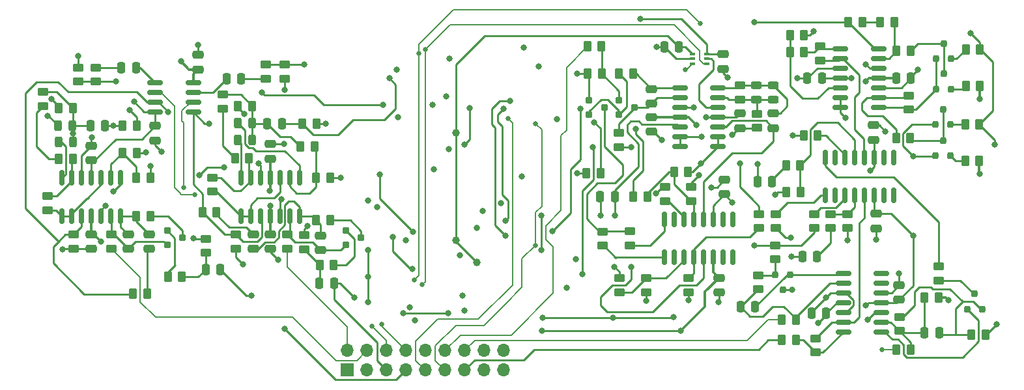
<source format=gbr>
%TF.GenerationSoftware,KiCad,Pcbnew,7.0.7*%
%TF.CreationDate,2024-06-06T22:47:17-06:00*%
%TF.ProjectId,VoiceBoardR2,566f6963-6542-46f6-9172-6452322e6b69,rev?*%
%TF.SameCoordinates,Original*%
%TF.FileFunction,Copper,L1,Top*%
%TF.FilePolarity,Positive*%
%FSLAX46Y46*%
G04 Gerber Fmt 4.6, Leading zero omitted, Abs format (unit mm)*
G04 Created by KiCad (PCBNEW 7.0.7) date 2024-06-06 22:47:17*
%MOMM*%
%LPD*%
G01*
G04 APERTURE LIST*
G04 Aperture macros list*
%AMRoundRect*
0 Rectangle with rounded corners*
0 $1 Rounding radius*
0 $2 $3 $4 $5 $6 $7 $8 $9 X,Y pos of 4 corners*
0 Add a 4 corners polygon primitive as box body*
4,1,4,$2,$3,$4,$5,$6,$7,$8,$9,$2,$3,0*
0 Add four circle primitives for the rounded corners*
1,1,$1+$1,$2,$3*
1,1,$1+$1,$4,$5*
1,1,$1+$1,$6,$7*
1,1,$1+$1,$8,$9*
0 Add four rect primitives between the rounded corners*
20,1,$1+$1,$2,$3,$4,$5,0*
20,1,$1+$1,$4,$5,$6,$7,0*
20,1,$1+$1,$6,$7,$8,$9,0*
20,1,$1+$1,$8,$9,$2,$3,0*%
G04 Aperture macros list end*
%TA.AperFunction,SMDPad,CuDef*%
%ADD10RoundRect,0.250000X-0.262500X-0.450000X0.262500X-0.450000X0.262500X0.450000X-0.262500X0.450000X0*%
%TD*%
%TA.AperFunction,SMDPad,CuDef*%
%ADD11RoundRect,0.250000X0.262500X0.450000X-0.262500X0.450000X-0.262500X-0.450000X0.262500X-0.450000X0*%
%TD*%
%TA.AperFunction,SMDPad,CuDef*%
%ADD12RoundRect,0.250000X-0.475000X0.250000X-0.475000X-0.250000X0.475000X-0.250000X0.475000X0.250000X0*%
%TD*%
%TA.AperFunction,SMDPad,CuDef*%
%ADD13RoundRect,0.150000X0.150000X-0.825000X0.150000X0.825000X-0.150000X0.825000X-0.150000X-0.825000X0*%
%TD*%
%TA.AperFunction,SMDPad,CuDef*%
%ADD14RoundRect,0.250000X0.475000X-0.250000X0.475000X0.250000X-0.475000X0.250000X-0.475000X-0.250000X0*%
%TD*%
%TA.AperFunction,SMDPad,CuDef*%
%ADD15RoundRect,0.250000X0.450000X-0.262500X0.450000X0.262500X-0.450000X0.262500X-0.450000X-0.262500X0*%
%TD*%
%TA.AperFunction,SMDPad,CuDef*%
%ADD16RoundRect,0.200000X0.200000X-0.250000X0.200000X0.250000X-0.200000X0.250000X-0.200000X-0.250000X0*%
%TD*%
%TA.AperFunction,SMDPad,CuDef*%
%ADD17RoundRect,0.200000X-0.250000X-0.200000X0.250000X-0.200000X0.250000X0.200000X-0.250000X0.200000X0*%
%TD*%
%TA.AperFunction,SMDPad,CuDef*%
%ADD18RoundRect,0.250000X-0.450000X0.262500X-0.450000X-0.262500X0.450000X-0.262500X0.450000X0.262500X0*%
%TD*%
%TA.AperFunction,SMDPad,CuDef*%
%ADD19RoundRect,0.250000X0.250000X0.475000X-0.250000X0.475000X-0.250000X-0.475000X0.250000X-0.475000X0*%
%TD*%
%TA.AperFunction,SMDPad,CuDef*%
%ADD20RoundRect,0.250000X-0.250000X-0.475000X0.250000X-0.475000X0.250000X0.475000X-0.250000X0.475000X0*%
%TD*%
%TA.AperFunction,SMDPad,CuDef*%
%ADD21RoundRect,0.150000X-0.825000X-0.150000X0.825000X-0.150000X0.825000X0.150000X-0.825000X0.150000X0*%
%TD*%
%TA.AperFunction,ComponentPad*%
%ADD22R,1.700000X1.700000*%
%TD*%
%TA.AperFunction,ComponentPad*%
%ADD23O,1.700000X1.700000*%
%TD*%
%TA.AperFunction,SMDPad,CuDef*%
%ADD24RoundRect,0.243750X0.243750X0.456250X-0.243750X0.456250X-0.243750X-0.456250X0.243750X-0.456250X0*%
%TD*%
%TA.AperFunction,SMDPad,CuDef*%
%ADD25R,0.650000X0.400000*%
%TD*%
%TA.AperFunction,SMDPad,CuDef*%
%ADD26RoundRect,0.243750X0.456250X-0.243750X0.456250X0.243750X-0.456250X0.243750X-0.456250X-0.243750X0*%
%TD*%
%TA.AperFunction,SMDPad,CuDef*%
%ADD27RoundRect,0.200000X-0.200000X0.250000X-0.200000X-0.250000X0.200000X-0.250000X0.200000X0.250000X0*%
%TD*%
%TA.AperFunction,SMDPad,CuDef*%
%ADD28RoundRect,0.243750X-0.456250X0.243750X-0.456250X-0.243750X0.456250X-0.243750X0.456250X0.243750X0*%
%TD*%
%TA.AperFunction,ViaPad*%
%ADD29C,0.800000*%
%TD*%
%TA.AperFunction,ViaPad*%
%ADD30C,1.000000*%
%TD*%
%TA.AperFunction,ViaPad*%
%ADD31C,0.650000*%
%TD*%
%TA.AperFunction,Conductor*%
%ADD32C,0.220000*%
%TD*%
%TA.AperFunction,Conductor*%
%ADD33C,0.180000*%
%TD*%
%TA.AperFunction,Conductor*%
%ADD34C,0.200000*%
%TD*%
%TA.AperFunction,Conductor*%
%ADD35C,0.300000*%
%TD*%
%TA.AperFunction,Conductor*%
%ADD36C,0.250000*%
%TD*%
G04 APERTURE END LIST*
D10*
%TO.P,R402,1*%
%TO.N,FOLD_CV*%
X114850000Y-45212500D03*
%TO.P,R402,2*%
%TO.N,Net-(U404C--)*%
X116675000Y-45212500D03*
%TD*%
D11*
%TO.P,R410,1*%
%TO.N,Net-(R409-Pad1)*%
X102825000Y-6562500D03*
%TO.P,R410,2*%
%TO.N,Net-(U403B-+)*%
X101000000Y-6562500D03*
%TD*%
D12*
%TO.P,C210,1*%
%TO.N,Net-(C209-Pad2)*%
X17737500Y-30237500D03*
%TO.P,C210,2*%
%TO.N,Net-(C210-Pad2)*%
X17737500Y-32137500D03*
%TD*%
D11*
%TO.P,R303,1*%
%TO.N,Net-(Q301-B)*%
X76495000Y-5812500D03*
%TO.P,R303,2*%
%TO.N,CUTOFF_CV*%
X74670000Y-5812500D03*
%TD*%
D13*
%TO.P,U402,1*%
%TO.N,Net-(R424-Pad1)*%
X105567500Y-25192500D03*
%TO.P,U402,2,DIODE_BIAS*%
%TO.N,unconnected-(U402C-DIODE_BIAS-Pad2)*%
X106837500Y-25192500D03*
%TO.P,U402,3,+*%
%TO.N,Net-(U402C-+)*%
X108107500Y-25192500D03*
%TO.P,U402,4,-*%
%TO.N,Net-(U402C--)*%
X109377500Y-25192500D03*
%TO.P,U402,5*%
%TO.N,Net-(U404B--)*%
X110647500Y-25192500D03*
%TO.P,U402,6,V-*%
%TO.N,-12V*%
X111917500Y-25192500D03*
%TO.P,U402,7*%
%TO.N,unconnected-(U402-Pad7)*%
X113187500Y-25192500D03*
%TO.P,U402,8*%
%TO.N,unconnected-(U402-Pad8)*%
X114457500Y-25192500D03*
%TO.P,U402,9*%
%TO.N,unconnected-(U402-Pad9)*%
X114457500Y-20242500D03*
%TO.P,U402,10*%
%TO.N,unconnected-(U402-Pad10)*%
X113187500Y-20242500D03*
%TO.P,U402,11,V+*%
%TO.N,+12V*%
X111917500Y-20242500D03*
%TO.P,U402,12*%
%TO.N,Net-(U403A--)*%
X110647500Y-20242500D03*
%TO.P,U402,13,-*%
%TO.N,Net-(U402A--)*%
X109377500Y-20242500D03*
%TO.P,U402,14,+*%
%TO.N,Net-(U402A-+)*%
X108107500Y-20242500D03*
%TO.P,U402,15,DIODE_BIAS*%
%TO.N,unconnected-(U402A-DIODE_BIAS-Pad15)*%
X106837500Y-20242500D03*
%TO.P,U402,16*%
%TO.N,Net-(R408-Pad1)*%
X105567500Y-20242500D03*
%TD*%
D14*
%TO.P,C212,1*%
%TO.N,GND*%
X10202500Y-32132500D03*
%TO.P,C212,2*%
%TO.N,+12V*%
X10202500Y-30232500D03*
%TD*%
D15*
%TO.P,R314,1*%
%TO.N,GND*%
X82287500Y-37762500D03*
%TO.P,R314,2*%
%TO.N,Net-(U303C-+)*%
X82287500Y-35937500D03*
%TD*%
D14*
%TO.P,C209,1*%
%TO.N,Net-(Q202-E)*%
X14962500Y-32132500D03*
%TO.P,C209,2*%
%TO.N,Net-(C209-Pad2)*%
X14962500Y-30232500D03*
%TD*%
D10*
%TO.P,R222,1*%
%TO.N,Net-(U202C--)*%
X14240000Y-19632500D03*
%TO.P,R222,2*%
%TO.N,Net-(D203-K)*%
X16065000Y-19632500D03*
%TD*%
D11*
%TO.P,R417,1*%
%TO.N,-12V*%
X125660000Y-6217500D03*
%TO.P,R417,2*%
%TO.N,Net-(Q405-E)*%
X123835000Y-6217500D03*
%TD*%
D15*
%TO.P,R426,1*%
%TO.N,GND*%
X104112500Y-29425000D03*
%TO.P,R426,2*%
%TO.N,Net-(U402C-+)*%
X104112500Y-27600000D03*
%TD*%
D10*
%TO.P,R220,1*%
%TO.N,TRI2_FULL*%
X14240000Y-16082500D03*
%TO.P,R220,2*%
%TO.N,GND*%
X16065000Y-16082500D03*
%TD*%
D16*
%TO.P,Q404,1,B*%
%TO.N,Net-(Q404-B)*%
X120012500Y-11362500D03*
%TO.P,Q404,2,E*%
%TO.N,Net-(Q404-E)*%
X121912500Y-11362500D03*
%TO.P,Q404,3,C*%
%TO.N,Net-(Q404-C)*%
X120962500Y-9362500D03*
%TD*%
D11*
%TO.P,R210,1*%
%TO.N,Net-(U201C--)*%
X39175000Y-18812500D03*
%TO.P,R210,2*%
%TO.N,Net-(D201-K)*%
X37350000Y-18812500D03*
%TD*%
D15*
%TO.P,R422,1*%
%TO.N,Net-(Q406-E)*%
X99087500Y-33475000D03*
%TO.P,R422,2*%
%TO.N,GND*%
X99087500Y-31650000D03*
%TD*%
D17*
%TO.P,Q202,1,B*%
%TO.N,Net-(Q202-B)*%
X20052500Y-29732500D03*
%TO.P,Q202,2,E*%
%TO.N,Net-(Q202-E)*%
X20052500Y-31632500D03*
%TO.P,Q202,3,C*%
%TO.N,Net-(Q202-C)*%
X22052500Y-30682500D03*
%TD*%
D18*
%TO.P,R226,1*%
%TO.N,PULSE1_FULL*%
X35292500Y-8175000D03*
%TO.P,R226,2*%
%TO.N,GND*%
X35292500Y-10000000D03*
%TD*%
D15*
%TO.P,R415,1*%
%TO.N,Net-(Q404-B)*%
X116412500Y-14025000D03*
%TO.P,R415,2*%
%TO.N,Net-(U403C--)*%
X116412500Y-12200000D03*
%TD*%
D10*
%TO.P,R213,1*%
%TO.N,Net-(Q202-B)*%
X20135000Y-35787500D03*
%TO.P,R213,2*%
%TO.N,Net-(C208-Pad2)*%
X21960000Y-35787500D03*
%TD*%
D14*
%TO.P,C203,1*%
%TO.N,Net-(C201-Pad2)*%
X31202500Y-32132500D03*
%TO.P,C203,2*%
%TO.N,Net-(C203-Pad2)*%
X31202500Y-30232500D03*
%TD*%
D19*
%TO.P,C307,1*%
%TO.N,Net-(U301B-+)*%
X78227500Y-25347500D03*
%TO.P,C307,2*%
%TO.N,HP_IN*%
X76327500Y-25347500D03*
%TD*%
D10*
%TO.P,R423,1*%
%TO.N,VCA_CV*%
X99925000Y-41337500D03*
%TO.P,R423,2*%
%TO.N,Net-(U404A--)*%
X101750000Y-41337500D03*
%TD*%
D14*
%TO.P,C206,1*%
%TO.N,GND*%
X33402500Y-32132500D03*
%TO.P,C206,2*%
%TO.N,+12V*%
X33402500Y-30232500D03*
%TD*%
D15*
%TO.P,R313,1*%
%TO.N,GND*%
X87837500Y-37775000D03*
%TO.P,R313,2*%
%TO.N,Net-(U303C--)*%
X87837500Y-35950000D03*
%TD*%
D11*
%TO.P,R211,1*%
%TO.N,GND*%
X41215000Y-22882500D03*
%TO.P,R211,2*%
%TO.N,Net-(U201C--)*%
X39390000Y-22882500D03*
%TD*%
D20*
%TO.P,C407,1*%
%TO.N,+12V*%
X114812500Y-9937500D03*
%TO.P,C407,2*%
%TO.N,GND*%
X116712500Y-9937500D03*
%TD*%
D21*
%TO.P,U404,1*%
%TO.N,Net-(Q406-B)*%
X107912500Y-35302500D03*
%TO.P,U404,2,-*%
%TO.N,Net-(U404A--)*%
X107912500Y-36572500D03*
%TO.P,U404,3,+*%
%TO.N,GND*%
X107912500Y-37842500D03*
%TO.P,U404,4,V+*%
%TO.N,+12V*%
X107912500Y-39112500D03*
%TO.P,U404,5,+*%
%TO.N,GND*%
X107912500Y-40382500D03*
%TO.P,U404,6,-*%
%TO.N,Net-(U404B--)*%
X107912500Y-41652500D03*
%TO.P,U404,7*%
%TO.N,Net-(R425-Pad2)*%
X107912500Y-42922500D03*
%TO.P,U404,8*%
%TO.N,Net-(Q401-B)*%
X112862500Y-42922500D03*
%TO.P,U404,9,-*%
%TO.N,Net-(U404C--)*%
X112862500Y-41652500D03*
%TO.P,U404,10,+*%
%TO.N,GND*%
X112862500Y-40382500D03*
%TO.P,U404,11,V-*%
%TO.N,-12V*%
X112862500Y-39112500D03*
%TO.P,U404,12,+*%
%TO.N,GND*%
X112862500Y-37842500D03*
%TO.P,U404,13,-*%
%TO.N,unconnected-(U404D---Pad13)*%
X112862500Y-36572500D03*
%TO.P,U404,14*%
%TO.N,unconnected-(U404-Pad14)*%
X112862500Y-35302500D03*
%TD*%
D20*
%TO.P,C406,1*%
%TO.N,FOLDER_IN*%
X96762500Y-23412500D03*
%TO.P,C406,2*%
%TO.N,Net-(C406-Pad2)*%
X98662500Y-23412500D03*
%TD*%
D15*
%TO.P,R302,1*%
%TO.N,-12V*%
X78762500Y-18865000D03*
%TO.P,R302,2*%
%TO.N,Net-(Q301-C)*%
X78762500Y-17040000D03*
%TD*%
D11*
%TO.P,R218,1*%
%TO.N,Net-(U202D--)*%
X7765000Y-20432500D03*
%TO.P,R218,2*%
%TO.N,Net-(R218-Pad2)*%
X5940000Y-20432500D03*
%TD*%
D20*
%TO.P,C211,1*%
%TO.N,Net-(D203-K)*%
X10052500Y-16082500D03*
%TO.P,C211,2*%
%TO.N,TRI2_FULL*%
X11952500Y-16082500D03*
%TD*%
D10*
%TO.P,R430,1*%
%TO.N,Net-(R420-Pad2)*%
X108550000Y-2612500D03*
%TO.P,R430,2*%
%TO.N,Net-(R418-Pad1)*%
X110375000Y-2612500D03*
%TD*%
D15*
%TO.P,R235,1*%
%TO.N,Net-(R202-Pad2)*%
X27247500Y-13905000D03*
%TO.P,R235,2*%
%TO.N,Net-(D201-K)*%
X27247500Y-12080000D03*
%TD*%
%TO.P,R225,1*%
%TO.N,Net-(C204-Pad2)*%
X32892500Y-10000000D03*
%TO.P,R225,2*%
%TO.N,PULSE1_FULL*%
X32892500Y-8175000D03*
%TD*%
D19*
%TO.P,C403,1*%
%TO.N,+12V*%
X105662500Y-40512500D03*
%TO.P,C403,2*%
%TO.N,GND*%
X103762500Y-40512500D03*
%TD*%
D15*
%TO.P,R203,1*%
%TO.N,LEVEL_1_CV*%
X35662500Y-32075000D03*
%TO.P,R203,2*%
%TO.N,Net-(Q201-E)*%
X35662500Y-30250000D03*
%TD*%
D12*
%TO.P,C219,1*%
%TO.N,GND*%
X24042500Y-6912500D03*
%TO.P,C219,2*%
%TO.N,+12V*%
X24042500Y-8812500D03*
%TD*%
D16*
%TO.P,Q401,1,B*%
%TO.N,Net-(Q401-B)*%
X124050000Y-39987500D03*
%TO.P,Q401,2,E*%
%TO.N,Net-(Q401-E)*%
X125950000Y-39987500D03*
%TO.P,Q401,3,C*%
%TO.N,Net-(Q401-C)*%
X125000000Y-37987500D03*
%TD*%
D17*
%TO.P,Q201,1,B*%
%TO.N,Net-(Q201-B)*%
X43252500Y-29732500D03*
%TO.P,Q201,2,E*%
%TO.N,Net-(Q201-E)*%
X43252500Y-31632500D03*
%TO.P,Q201,3,C*%
%TO.N,Net-(Q201-C)*%
X45252500Y-30682500D03*
%TD*%
D15*
%TO.P,R427,1*%
%TO.N,GND*%
X108462500Y-29425000D03*
%TO.P,R427,2*%
%TO.N,Net-(U402C--)*%
X108462500Y-27600000D03*
%TD*%
D14*
%TO.P,C404,1*%
%TO.N,-12V*%
X115187500Y-38737500D03*
%TO.P,C404,2*%
%TO.N,GND*%
X115187500Y-36837500D03*
%TD*%
D13*
%TO.P,U202,1*%
%TO.N,Net-(U202A--)*%
X6392500Y-27857500D03*
%TO.P,U202,2,-*%
X7662500Y-27857500D03*
%TO.P,U202,3,+*%
%TO.N,SAW2_FULL*%
X8932500Y-27857500D03*
%TO.P,U202,4,V+*%
%TO.N,+12V*%
X10202500Y-27857500D03*
%TO.P,U202,5,+*%
%TO.N,GND*%
X11472500Y-27857500D03*
%TO.P,U202,6,-*%
%TO.N,Net-(Q202-E)*%
X12742500Y-27857500D03*
%TO.P,U202,7*%
%TO.N,Net-(C209-Pad2)*%
X14012500Y-27857500D03*
%TO.P,U202,8*%
%TO.N,Net-(D203-A)*%
X14012500Y-22907500D03*
%TO.P,U202,9,-*%
%TO.N,Net-(U202C--)*%
X12742500Y-22907500D03*
%TO.P,U202,10,+*%
%TO.N,Net-(U202A--)*%
X11472500Y-22907500D03*
%TO.P,U202,11,V-*%
%TO.N,-12V*%
X10202500Y-22907500D03*
%TO.P,U202,12,+*%
%TO.N,GND*%
X8932500Y-22907500D03*
%TO.P,U202,13,-*%
%TO.N,Net-(U202D--)*%
X7662500Y-22907500D03*
%TO.P,U202,14*%
%TO.N,Net-(D204-A)*%
X6392500Y-22907500D03*
%TD*%
D12*
%TO.P,C301,1*%
%TO.N,Net-(C301-Pad1)*%
X82987500Y-11327500D03*
%TO.P,C301,2*%
%TO.N,Net-(Q301-C)*%
X82987500Y-13227500D03*
%TD*%
D20*
%TO.P,C413,1*%
%TO.N,Net-(U404A--)*%
X94537500Y-39662500D03*
%TO.P,C413,2*%
%TO.N,Net-(Q406-B)*%
X96437500Y-39662500D03*
%TD*%
D10*
%TO.P,R209,1*%
%TO.N,TRI1_FULL*%
X37590000Y-15832500D03*
%TO.P,R209,2*%
%TO.N,GND*%
X39415000Y-15832500D03*
%TD*%
%TO.P,R204,1*%
%TO.N,Net-(C201-Pad2)*%
X39390000Y-28382500D03*
%TO.P,R204,2*%
%TO.N,Net-(Q201-C)*%
X41215000Y-28382500D03*
%TD*%
D18*
%TO.P,R424,1*%
%TO.N,Net-(R424-Pad1)*%
X99187500Y-27600000D03*
%TO.P,R424,2*%
%TO.N,Net-(Q406-C)*%
X99187500Y-29425000D03*
%TD*%
D12*
%TO.P,C308,1*%
%TO.N,+12V*%
X83002500Y-14977500D03*
%TO.P,C308,2*%
%TO.N,GND*%
X83002500Y-16877500D03*
%TD*%
D10*
%TO.P,R301,1*%
%TO.N,Net-(Q301-E)*%
X78775000Y-9352500D03*
%TO.P,R301,2*%
%TO.N,Net-(C301-Pad1)*%
X80600000Y-9352500D03*
%TD*%
%TO.P,R219,1*%
%TO.N,-12V*%
X5940000Y-13832500D03*
%TO.P,R219,2*%
%TO.N,Net-(D203-K)*%
X7765000Y-13832500D03*
%TD*%
D22*
%TO.P,U103,1,SDA*%
%TO.N,SDA*%
X43437500Y-47887500D03*
D23*
%TO.P,U103,2,LVL1*%
%TO.N,LEVEL_1_CV*%
X43437500Y-45347500D03*
%TO.P,U103,3,SCL*%
%TO.N,SCL*%
X45977500Y-47887500D03*
%TO.P,U103,4,LVL2*%
%TO.N,LEVEL_2_CV*%
X45977500Y-45347500D03*
%TO.P,U103,5,CLK1*%
%TO.N,CLK_1*%
X48517500Y-47887500D03*
%TO.P,U103,6,PWM1*%
%TO.N,PWM_1_CV*%
X48517500Y-45347500D03*
%TO.P,U103,7,CLK2*%
%TO.N,CLK_2*%
X51057500Y-47887500D03*
%TO.P,U103,8,PWM2*%
%TO.N,PWM_2_CV*%
X51057500Y-45347500D03*
%TO.P,U103,9,HP*%
%TO.N,HP_MODE*%
X53597500Y-47887500D03*
%TO.P,U103,10,FOLD*%
%TO.N,FOLD_CV*%
X53597500Y-45347500D03*
%TO.P,U103,11,FF*%
%TO.N,FOLD_FIRST*%
X56137500Y-47887500D03*
%TO.P,U103,12,VCF*%
%TO.N,CUTOFF_CV*%
X56137500Y-45347500D03*
%TO.P,U103,13,OUT*%
%TO.N,VCA_OUT*%
X58677500Y-47887500D03*
%TO.P,U103,14,VCA*%
%TO.N,VCA_CV*%
X58677500Y-45347500D03*
%TO.P,U103,15,+3V3*%
%TO.N,+3.3V*%
X61217500Y-47887500D03*
%TO.P,U103,16,GND*%
%TO.N,GND*%
X61217500Y-45347500D03*
%TO.P,U103,17,+12V*%
%TO.N,+12V*%
X63757500Y-47887500D03*
%TO.P,U103,18,-12V*%
%TO.N,-12V*%
X63757500Y-45347500D03*
%TD*%
D24*
%TO.P,D203,1,K*%
%TO.N,Net-(D203-K)*%
X7740000Y-16082500D03*
%TO.P,D203,2,A*%
%TO.N,Net-(D203-A)*%
X5865000Y-16082500D03*
%TD*%
D25*
%TO.P,U304,1,VDD*%
%TO.N,+3.3V*%
X88312500Y-6752500D03*
%TO.P,U304,2,VSS*%
%TO.N,GND*%
X88312500Y-7402500D03*
%TO.P,U304,3,SCL*%
%TO.N,SCL*%
X88312500Y-8052500D03*
%TO.P,U304,4,SDA*%
%TO.N,SDA*%
X90212500Y-8052500D03*
%TO.P,U304,5,W*%
%TO.N,Net-(U301D-+)*%
X90212500Y-7402500D03*
%TO.P,U304,6,A*%
%TO.N,FILTER_OUT*%
X90212500Y-6752500D03*
%TD*%
D26*
%TO.P,D302,1,K*%
%TO.N,Net-(D301-A)*%
X96637500Y-12740000D03*
%TO.P,D302,2,A*%
%TO.N,Net-(D301-K)*%
X96637500Y-10865000D03*
%TD*%
D14*
%TO.P,C220,1*%
%TO.N,GND*%
X18467500Y-18037500D03*
%TO.P,C220,2*%
%TO.N,-12V*%
X18467500Y-16137500D03*
%TD*%
D18*
%TO.P,R216,1*%
%TO.N,SAW2_FULL*%
X7912500Y-30275000D03*
%TO.P,R216,2*%
%TO.N,GND*%
X7912500Y-32100000D03*
%TD*%
D12*
%TO.P,C207,1*%
%TO.N,GND*%
X33402500Y-18482500D03*
%TO.P,C207,2*%
%TO.N,-12V*%
X33402500Y-20382500D03*
%TD*%
D18*
%TO.P,R207,1*%
%TO.N,SAW1_FULL*%
X28952500Y-30270000D03*
%TO.P,R207,2*%
%TO.N,GND*%
X28952500Y-32095000D03*
%TD*%
D19*
%TO.P,C208,1*%
%TO.N,CLK_2*%
X26927500Y-34787500D03*
%TO.P,C208,2*%
%TO.N,Net-(C208-Pad2)*%
X25027500Y-34787500D03*
%TD*%
D13*
%TO.P,U201,1*%
%TO.N,Net-(U201A--)*%
X29592500Y-27857500D03*
%TO.P,U201,2,-*%
X30862500Y-27857500D03*
%TO.P,U201,3,+*%
%TO.N,SAW1_FULL*%
X32132500Y-27857500D03*
%TO.P,U201,4,V+*%
%TO.N,+12V*%
X33402500Y-27857500D03*
%TO.P,U201,5,+*%
%TO.N,GND*%
X34672500Y-27857500D03*
%TO.P,U201,6,-*%
%TO.N,Net-(Q201-E)*%
X35942500Y-27857500D03*
%TO.P,U201,7*%
%TO.N,Net-(C201-Pad2)*%
X37212500Y-27857500D03*
%TO.P,U201,8*%
%TO.N,Net-(D202-A)*%
X37212500Y-22907500D03*
%TO.P,U201,9,-*%
%TO.N,Net-(U201C--)*%
X35942500Y-22907500D03*
%TO.P,U201,10,+*%
%TO.N,Net-(U201A--)*%
X34672500Y-22907500D03*
%TO.P,U201,11,V-*%
%TO.N,-12V*%
X33402500Y-22907500D03*
%TO.P,U201,12,+*%
%TO.N,GND*%
X32132500Y-22907500D03*
%TO.P,U201,13,-*%
%TO.N,Net-(U201D--)*%
X30862500Y-22907500D03*
%TO.P,U201,14*%
%TO.N,Net-(D201-A)*%
X29592500Y-22907500D03*
%TD*%
D11*
%TO.P,R304,1*%
%TO.N,Net-(Q301-B)*%
X76512501Y-9352500D03*
%TO.P,R304,2*%
%TO.N,GND*%
X74687501Y-9352500D03*
%TD*%
D15*
%TO.P,R217,1*%
%TO.N,Net-(U202A--)*%
X4472500Y-27075000D03*
%TO.P,R217,2*%
%TO.N,Net-(U202D--)*%
X4472500Y-25250000D03*
%TD*%
D18*
%TO.P,R408,1*%
%TO.N,Net-(R408-Pad1)*%
X120287500Y-34425000D03*
%TO.P,R408,2*%
%TO.N,Net-(Q401-C)*%
X120287500Y-36250000D03*
%TD*%
D10*
%TO.P,R407,1*%
%TO.N,GND*%
X102750000Y-17412500D03*
%TO.P,R407,2*%
%TO.N,Net-(U402A-+)*%
X104575000Y-17412500D03*
%TD*%
D11*
%TO.P,R234,1*%
%TO.N,Net-(C203-Pad2)*%
X26450000Y-27337500D03*
%TO.P,R234,2*%
%TO.N,SAW1_FULL*%
X24625000Y-27337500D03*
%TD*%
D18*
%TO.P,R224,1*%
%TO.N,Net-(C214-Pad2)*%
X10742500Y-8545000D03*
%TO.P,R224,2*%
%TO.N,PULSE2_FULL*%
X10742500Y-10370000D03*
%TD*%
D11*
%TO.P,R202,1*%
%TO.N,Net-(U201D--)*%
X30665000Y-20332500D03*
%TO.P,R202,2*%
%TO.N,Net-(R202-Pad2)*%
X28840000Y-20332500D03*
%TD*%
D19*
%TO.P,C304,1*%
%TO.N,+3.3V*%
X86562500Y-5852500D03*
%TO.P,C304,2*%
%TO.N,GND*%
X84662500Y-5852500D03*
%TD*%
D10*
%TO.P,R311,1*%
%TO.N,LP_IN*%
X80600000Y-25337500D03*
%TO.P,R311,2*%
%TO.N,Net-(U303A--)*%
X82425000Y-25337500D03*
%TD*%
D14*
%TO.P,C306,1*%
%TO.N,Net-(U301C-+)*%
X98827500Y-16402500D03*
%TO.P,C306,2*%
%TO.N,Net-(D301-K)*%
X98827500Y-14502500D03*
%TD*%
D12*
%TO.P,C213,1*%
%TO.N,GND*%
X10202500Y-18732500D03*
%TO.P,C213,2*%
%TO.N,-12V*%
X10202500Y-20632500D03*
%TD*%
D19*
%TO.P,C214,1*%
%TO.N,Net-(C214-Pad1)*%
X15992500Y-8557500D03*
%TO.P,C214,2*%
%TO.N,Net-(C214-Pad2)*%
X14092500Y-8557500D03*
%TD*%
D18*
%TO.P,R309,1*%
%TO.N,GND*%
X88162500Y-24100000D03*
%TO.P,R309,2*%
%TO.N,Net-(U303A--)*%
X88162500Y-25925000D03*
%TD*%
%TO.P,R212,1*%
%TO.N,GND*%
X25037500Y-30800000D03*
%TO.P,R212,2*%
%TO.N,Net-(C208-Pad2)*%
X25037500Y-32625000D03*
%TD*%
D27*
%TO.P,Q406,1,B*%
%TO.N,Net-(Q406-B)*%
X100987500Y-35462500D03*
%TO.P,Q406,2,E*%
%TO.N,Net-(Q406-E)*%
X99087500Y-35462500D03*
%TO.P,Q406,3,C*%
%TO.N,Net-(Q406-C)*%
X100037500Y-37462500D03*
%TD*%
D13*
%TO.P,U303,1*%
%TO.N,Net-(R307-Pad2)*%
X84667500Y-33237500D03*
%TO.P,U303,2,DIODE_BIAS*%
%TO.N,unconnected-(U303C-DIODE_BIAS-Pad2)*%
X85937500Y-33237500D03*
%TO.P,U303,3,+*%
%TO.N,Net-(U303C-+)*%
X87207500Y-33237500D03*
%TO.P,U303,4,-*%
%TO.N,Net-(U303C--)*%
X88477500Y-33237500D03*
%TO.P,U303,5*%
%TO.N,Net-(U301B-+)*%
X89747500Y-33237500D03*
%TO.P,U303,6,V-*%
%TO.N,-12V*%
X91017500Y-33237500D03*
%TO.P,U303,7*%
%TO.N,unconnected-(U303-Pad7)*%
X92287500Y-33237500D03*
%TO.P,U303,8*%
%TO.N,unconnected-(U303-Pad8)*%
X93557500Y-33237500D03*
%TO.P,U303,9*%
%TO.N,unconnected-(U303-Pad9)*%
X93557500Y-28287500D03*
%TO.P,U303,10*%
%TO.N,unconnected-(U303-Pad10)*%
X92287500Y-28287500D03*
%TO.P,U303,11,V+*%
%TO.N,+12V*%
X91017500Y-28287500D03*
%TO.P,U303,12*%
%TO.N,Net-(U301C-+)*%
X89747500Y-28287500D03*
%TO.P,U303,13,-*%
%TO.N,Net-(U303A--)*%
X88477500Y-28287500D03*
%TO.P,U303,14,+*%
%TO.N,Net-(U303A-+)*%
X87207500Y-28287500D03*
%TO.P,U303,15,DIODE_BIAS*%
%TO.N,unconnected-(U303A-DIODE_BIAS-Pad15)*%
X85937500Y-28287500D03*
%TO.P,U303,16*%
%TO.N,Net-(R306-Pad2)*%
X84667500Y-28287500D03*
%TD*%
D17*
%TO.P,Q301,1,B*%
%TO.N,Net-(Q301-B)*%
X78742500Y-12777501D03*
%TO.P,Q301,2,E*%
%TO.N,Net-(Q301-E)*%
X78742500Y-14677501D03*
%TO.P,Q301,3,C*%
%TO.N,Net-(Q301-C)*%
X80742500Y-13727501D03*
%TD*%
D18*
%TO.P,R425,1*%
%TO.N,Net-(U404B--)*%
X104287500Y-43750000D03*
%TO.P,R425,2*%
%TO.N,Net-(R425-Pad2)*%
X104287500Y-45575000D03*
%TD*%
D11*
%TO.P,R403,1*%
%TO.N,+12V*%
X120312500Y-38437500D03*
%TO.P,R403,2*%
%TO.N,Net-(U404C--)*%
X118487500Y-38437500D03*
%TD*%
D24*
%TO.P,D202,1,K*%
%TO.N,Net-(D201-K)*%
X31100000Y-15782500D03*
%TO.P,D202,2,A*%
%TO.N,Net-(D202-A)*%
X29225000Y-15782500D03*
%TD*%
D10*
%TO.P,R215,1*%
%TO.N,Net-(C209-Pad2)*%
X16040000Y-27882500D03*
%TO.P,R215,2*%
%TO.N,Net-(Q202-C)*%
X17865000Y-27882500D03*
%TD*%
%TO.P,R406,1*%
%TO.N,GND*%
X100500000Y-24762500D03*
%TO.P,R406,2*%
%TO.N,Net-(U402A--)*%
X102325000Y-24762500D03*
%TD*%
D12*
%TO.P,C410,1*%
%TO.N,-12V*%
X112187500Y-27562500D03*
%TO.P,C410,2*%
%TO.N,GND*%
X112187500Y-29462500D03*
%TD*%
D20*
%TO.P,C205,1*%
%TO.N,Net-(D201-K)*%
X33052500Y-15832500D03*
%TO.P,C205,2*%
%TO.N,TRI1_FULL*%
X34952500Y-15832500D03*
%TD*%
D10*
%TO.P,R405,1*%
%TO.N,Net-(C406-Pad2)*%
X100475000Y-21302500D03*
%TO.P,R405,2*%
%TO.N,Net-(U402A--)*%
X102300000Y-21302500D03*
%TD*%
%TO.P,R308,1*%
%TO.N,Net-(U303A--)*%
X85925000Y-22102500D03*
%TO.P,R308,2*%
%TO.N,Net-(U301C--)*%
X87750000Y-22102500D03*
%TD*%
D18*
%TO.P,R409,1*%
%TO.N,Net-(R409-Pad1)*%
X104912500Y-5800000D03*
%TO.P,R409,2*%
%TO.N,Net-(U403A--)*%
X104912500Y-7625000D03*
%TD*%
D11*
%TO.P,R413,1*%
%TO.N,-12V*%
X125575000Y-15962500D03*
%TO.P,R413,2*%
%TO.N,Net-(Q403-E)*%
X123750000Y-15962500D03*
%TD*%
D14*
%TO.P,C409,1*%
%TO.N,+12V*%
X111887500Y-17942500D03*
%TO.P,C409,2*%
%TO.N,GND*%
X111887500Y-16042500D03*
%TD*%
D16*
%TO.P,Q403,1,B*%
%TO.N,Net-(Q402-B)*%
X119912500Y-15962500D03*
%TO.P,Q403,2,E*%
%TO.N,Net-(Q403-E)*%
X121812500Y-15962500D03*
%TO.P,Q403,3,C*%
%TO.N,Net-(Q402-C)*%
X120862500Y-13962500D03*
%TD*%
D18*
%TO.P,R306,1*%
%TO.N,Net-(Q302-C)*%
X80162500Y-29850000D03*
%TO.P,R306,2*%
%TO.N,Net-(R306-Pad2)*%
X80162500Y-31675000D03*
%TD*%
D21*
%TO.P,U206,1*%
%TO.N,Net-(C214-Pad1)*%
X18467500Y-10502500D03*
%TO.P,U206,2,-*%
%TO.N,PWM_2_CV*%
X18467500Y-11772500D03*
%TO.P,U206,3,+*%
%TO.N,SAW2_FULL*%
X18467500Y-13042500D03*
%TO.P,U206,4,V-*%
%TO.N,-12V*%
X18467500Y-14312500D03*
%TO.P,U206,5,+*%
%TO.N,SAW1_FULL*%
X23417500Y-14312500D03*
%TO.P,U206,6,-*%
%TO.N,PWM_1_CV*%
X23417500Y-13042500D03*
%TO.P,U206,7*%
%TO.N,Net-(C204-Pad1)*%
X23417500Y-11772500D03*
%TO.P,U206,8,V+*%
%TO.N,+12V*%
X23417500Y-10502500D03*
%TD*%
D19*
%TO.P,C408,1*%
%TO.N,-12V*%
X105137500Y-9937500D03*
%TO.P,C408,2*%
%TO.N,GND*%
X103237500Y-9937500D03*
%TD*%
D15*
%TO.P,R315,1*%
%TO.N,Net-(D301-A)*%
X94462500Y-12715000D03*
%TO.P,R315,2*%
%TO.N,Net-(D301-K)*%
X94462500Y-10890000D03*
%TD*%
D14*
%TO.P,C201,1*%
%TO.N,Net-(Q201-E)*%
X39952500Y-32282500D03*
%TO.P,C201,2*%
%TO.N,Net-(C201-Pad2)*%
X39952500Y-30382500D03*
%TD*%
D24*
%TO.P,D201,1,K*%
%TO.N,Net-(D201-K)*%
X31100000Y-17932500D03*
%TO.P,D201,2,A*%
%TO.N,Net-(D201-A)*%
X29225000Y-17932500D03*
%TD*%
D14*
%TO.P,C311,1*%
%TO.N,+12V*%
X92487500Y-25037500D03*
%TO.P,C311,2*%
%TO.N,GND*%
X92487500Y-23137500D03*
%TD*%
D10*
%TO.P,R418,1*%
%TO.N,Net-(R418-Pad1)*%
X112700000Y-2612500D03*
%TO.P,R418,2*%
%TO.N,Net-(U403D--)*%
X114525000Y-2612500D03*
%TD*%
D16*
%TO.P,Q405,1,B*%
%TO.N,Net-(Q404-B)*%
X119997500Y-7417500D03*
%TO.P,Q405,2,E*%
%TO.N,Net-(Q405-E)*%
X121897500Y-7417500D03*
%TO.P,Q405,3,C*%
%TO.N,Net-(Q404-C)*%
X120947500Y-5417500D03*
%TD*%
%TO.P,Q402,1,B*%
%TO.N,Net-(Q402-B)*%
X119927500Y-20037501D03*
%TO.P,Q402,2,E*%
%TO.N,Net-(Q402-E)*%
X121827500Y-20037501D03*
%TO.P,Q402,3,C*%
%TO.N,Net-(Q402-C)*%
X120877500Y-18037501D03*
%TD*%
D10*
%TO.P,R404,1*%
%TO.N,Net-(Q401-E)*%
X124575000Y-43312500D03*
%TO.P,R404,2*%
%TO.N,GND*%
X126400000Y-43312500D03*
%TD*%
D20*
%TO.P,C405,1*%
%TO.N,Net-(U404C--)*%
X118475000Y-43062500D03*
%TO.P,C405,2*%
%TO.N,Net-(Q401-E)*%
X120375000Y-43062500D03*
%TD*%
D10*
%TO.P,R414,1*%
%TO.N,Net-(U403C--)*%
X114800000Y-17737500D03*
%TO.P,R414,2*%
%TO.N,Net-(Q402-C)*%
X116625000Y-17737500D03*
%TD*%
D28*
%TO.P,D301,1,K*%
%TO.N,Net-(D301-K)*%
X98812500Y-10875000D03*
%TO.P,D301,2,A*%
%TO.N,Net-(D301-A)*%
X98812500Y-12750000D03*
%TD*%
D10*
%TO.P,R411,1*%
%TO.N,Net-(U403B-+)*%
X101000000Y-4342500D03*
%TO.P,R411,2*%
%TO.N,GND*%
X102825000Y-4342500D03*
%TD*%
D15*
%TO.P,R236,1*%
%TO.N,Net-(R218-Pad2)*%
X3887500Y-13550000D03*
%TO.P,R236,2*%
%TO.N,Net-(D203-K)*%
X3887500Y-11725000D03*
%TD*%
D10*
%TO.P,R420,1*%
%TO.N,FOLDER_OUT*%
X74525000Y-22312500D03*
%TO.P,R420,2*%
%TO.N,Net-(R420-Pad2)*%
X76350000Y-22312500D03*
%TD*%
D15*
%TO.P,R305,1*%
%TO.N,Net-(U303C-+)*%
X78787500Y-37750000D03*
%TO.P,R305,2*%
%TO.N,Net-(U301C--)*%
X78787500Y-35925000D03*
%TD*%
%TO.P,R316,1*%
%TO.N,GND*%
X96677500Y-16365000D03*
%TO.P,R316,2*%
%TO.N,Net-(D301-A)*%
X96677500Y-14540000D03*
%TD*%
D21*
%TO.P,U301,1*%
%TO.N,Net-(C301-Pad1)*%
X86662500Y-11202500D03*
%TO.P,U301,2,-*%
%TO.N,Net-(Q301-C)*%
X86662500Y-12472500D03*
%TO.P,U301,3,+*%
%TO.N,GND*%
X86662500Y-13742500D03*
%TO.P,U301,4,V+*%
%TO.N,+12V*%
X86662500Y-15012500D03*
%TO.P,U301,5,+*%
%TO.N,Net-(U301B-+)*%
X86662500Y-16282500D03*
%TO.P,U301,6,-*%
%TO.N,Net-(U301B--)*%
X86662500Y-17552500D03*
%TO.P,U301,7*%
X86662500Y-18822500D03*
%TO.P,U301,8*%
%TO.N,Net-(U301C--)*%
X91612500Y-18822500D03*
%TO.P,U301,9,-*%
X91612500Y-17552500D03*
%TO.P,U301,10,+*%
%TO.N,Net-(U301C-+)*%
X91612500Y-16282500D03*
%TO.P,U301,11,V-*%
%TO.N,-12V*%
X91612500Y-15012500D03*
%TO.P,U301,12,+*%
%TO.N,Net-(U301D-+)*%
X91612500Y-13742500D03*
%TO.P,U301,13,-*%
%TO.N,Net-(D301-A)*%
X91612500Y-12472500D03*
%TO.P,U301,14*%
%TO.N,Net-(D301-K)*%
X91612500Y-11202500D03*
%TD*%
D11*
%TO.P,R227,1*%
%TO.N,Net-(C210-Pad2)*%
X17400000Y-37987500D03*
%TO.P,R227,2*%
%TO.N,SAW2_FULL*%
X15575000Y-37987500D03*
%TD*%
D18*
%TO.P,R310,1*%
%TO.N,GND*%
X84762500Y-24100000D03*
%TO.P,R310,2*%
%TO.N,Net-(U303A-+)*%
X84762500Y-25925000D03*
%TD*%
D15*
%TO.P,R312,1*%
%TO.N,Net-(U303C--)*%
X96962500Y-29425000D03*
%TO.P,R312,2*%
%TO.N,Net-(U301B--)*%
X96962500Y-27600000D03*
%TD*%
D12*
%TO.P,C309,1*%
%TO.N,-12V*%
X94477500Y-14502500D03*
%TO.P,C309,2*%
%TO.N,GND*%
X94477500Y-16402500D03*
%TD*%
D18*
%TO.P,R307,1*%
%TO.N,Net-(Q302-C)*%
X76637500Y-29875000D03*
%TO.P,R307,2*%
%TO.N,Net-(R307-Pad2)*%
X76637500Y-31700000D03*
%TD*%
D11*
%TO.P,R429,1*%
%TO.N,Net-(R425-Pad2)*%
X101755000Y-43972500D03*
%TO.P,R429,2*%
%TO.N,VCA_OUT*%
X99930000Y-43972500D03*
%TD*%
D18*
%TO.P,R205,1*%
%TO.N,GND*%
X37812500Y-30350000D03*
%TO.P,R205,2*%
%TO.N,Net-(C202-Pad2)*%
X37812500Y-32175000D03*
%TD*%
D21*
%TO.P,U403,1*%
%TO.N,Net-(R409-Pad1)*%
X107537500Y-6102500D03*
%TO.P,U403,2,-*%
%TO.N,Net-(U403A--)*%
X107537500Y-7372500D03*
%TO.P,U403,3,+*%
%TO.N,GND*%
X107537500Y-8642500D03*
%TO.P,U403,4,V+*%
%TO.N,-12V*%
X107537500Y-9912500D03*
%TO.P,U403,5,+*%
%TO.N,Net-(U403B-+)*%
X107537500Y-11182500D03*
%TO.P,U403,6,-*%
%TO.N,Net-(Q402-B)*%
X107537500Y-12452500D03*
%TO.P,U403,7*%
X107537500Y-13722500D03*
%TO.P,U403,8*%
%TO.N,Net-(Q404-B)*%
X112487500Y-13722500D03*
%TO.P,U403,9,-*%
%TO.N,Net-(U403C--)*%
X112487500Y-12452500D03*
%TO.P,U403,10,+*%
%TO.N,GND*%
X112487500Y-11182500D03*
%TO.P,U403,11,V-*%
%TO.N,+12V*%
X112487500Y-9912500D03*
%TO.P,U403,12,+*%
%TO.N,GND*%
X112487500Y-8642500D03*
%TO.P,U403,13,-*%
%TO.N,Net-(U403D--)*%
X112487500Y-7372500D03*
%TO.P,U403,14*%
%TO.N,Net-(R420-Pad2)*%
X112487500Y-6102500D03*
%TD*%
D10*
%TO.P,R416,1*%
%TO.N,Net-(Q404-E)*%
X123835000Y-10917500D03*
%TO.P,R416,2*%
%TO.N,+12V*%
X125660000Y-10917500D03*
%TD*%
D15*
%TO.P,R421,1*%
%TO.N,Net-(U404A--)*%
X96837500Y-37375000D03*
%TO.P,R421,2*%
%TO.N,Net-(Q406-E)*%
X96837500Y-35550000D03*
%TD*%
D20*
%TO.P,C414,1*%
%TO.N,VCA_IN*%
X102612500Y-33112500D03*
%TO.P,C414,2*%
%TO.N,Net-(C414-Pad2)*%
X104512500Y-33112500D03*
%TD*%
D15*
%TO.P,R401,1*%
%TO.N,Net-(U404C--)*%
X115212500Y-42800000D03*
%TO.P,R401,2*%
%TO.N,Net-(Q401-E)*%
X115212500Y-40975000D03*
%TD*%
D11*
%TO.P,R206,1*%
%TO.N,Net-(Q201-B)*%
X41675000Y-34262500D03*
%TO.P,R206,2*%
%TO.N,Net-(C202-Pad2)*%
X39850000Y-34262500D03*
%TD*%
D24*
%TO.P,D204,1,K*%
%TO.N,Net-(D203-K)*%
X7790000Y-18232500D03*
%TO.P,D204,2,A*%
%TO.N,Net-(D204-A)*%
X5915000Y-18232500D03*
%TD*%
D12*
%TO.P,C310,1*%
%TO.N,-12V*%
X91737500Y-35887500D03*
%TO.P,C310,2*%
%TO.N,GND*%
X91737500Y-37787500D03*
%TD*%
D15*
%TO.P,R223,1*%
%TO.N,PULSE2_FULL*%
X8457500Y-10354999D03*
%TO.P,R223,2*%
%TO.N,GND*%
X8457500Y-8529999D03*
%TD*%
%TO.P,R201,1*%
%TO.N,Net-(U201A--)*%
X25937500Y-24675000D03*
%TO.P,R201,2*%
%TO.N,Net-(U201D--)*%
X25937500Y-22850000D03*
%TD*%
D11*
%TO.P,R221,1*%
%TO.N,GND*%
X17865000Y-22882500D03*
%TO.P,R221,2*%
%TO.N,Net-(U202C--)*%
X16040000Y-22882500D03*
%TD*%
D10*
%TO.P,R208,1*%
%TO.N,-12V*%
X29250000Y-13537500D03*
%TO.P,R208,2*%
%TO.N,Net-(D201-K)*%
X31075000Y-13537500D03*
%TD*%
D19*
%TO.P,C202,1*%
%TO.N,CLK_1*%
X41712500Y-36587500D03*
%TO.P,C202,2*%
%TO.N,Net-(C202-Pad2)*%
X39812500Y-36587500D03*
%TD*%
D10*
%TO.P,R419,1*%
%TO.N,Net-(U403D--)*%
X114850000Y-6362500D03*
%TO.P,R419,2*%
%TO.N,Net-(Q404-C)*%
X116675000Y-6362500D03*
%TD*%
D20*
%TO.P,C204,1*%
%TO.N,Net-(C204-Pad1)*%
X27767500Y-10017500D03*
%TO.P,C204,2*%
%TO.N,Net-(C204-Pad2)*%
X29667500Y-10017500D03*
%TD*%
D18*
%TO.P,R428,1*%
%TO.N,Net-(U402C--)*%
X106262500Y-27600000D03*
%TO.P,R428,2*%
%TO.N,Net-(C414-Pad2)*%
X106262500Y-29425000D03*
%TD*%
D17*
%TO.P,Q302,1,B*%
%TO.N,GND*%
X74862500Y-12777500D03*
%TO.P,Q302,2,E*%
%TO.N,Net-(Q301-E)*%
X74862500Y-14677500D03*
%TO.P,Q302,3,C*%
%TO.N,Net-(Q302-C)*%
X76862500Y-13727500D03*
%TD*%
D15*
%TO.P,R214,1*%
%TO.N,LEVEL_2_CV*%
X12752500Y-32095000D03*
%TO.P,R214,2*%
%TO.N,Net-(Q202-E)*%
X12752500Y-30270000D03*
%TD*%
D14*
%TO.P,C305,1*%
%TO.N,Net-(U301B--)*%
X92327500Y-8727500D03*
%TO.P,C305,2*%
%TO.N,FILTER_OUT*%
X92327500Y-6827500D03*
%TD*%
D10*
%TO.P,R412,1*%
%TO.N,Net-(Q402-E)*%
X123750000Y-20712500D03*
%TO.P,R412,2*%
%TO.N,+12V*%
X125575000Y-20712500D03*
%TD*%
D29*
%TO.N,CLK_1*%
X44325000Y-38450000D03*
%TO.N,VCA_IN*%
X78000000Y-41062500D03*
%TO.N,SAW1_FULL*%
X32312500Y-11812500D03*
X48112500Y-13387500D03*
X25512500Y-15812500D03*
%TO.N,GND*%
X108437500Y-30987500D03*
X90787500Y-24112500D03*
X29912500Y-34137500D03*
X84287500Y-17962500D03*
X110862500Y-8112500D03*
X10212500Y-17637500D03*
X24062500Y-5612500D03*
X105662500Y-38437500D03*
X61012500Y-27187500D03*
X73143187Y-33434815D03*
X38237500Y-29137500D03*
X6412500Y-32162500D03*
X42587500Y-22887500D03*
X54712500Y-21737500D03*
X19262500Y-19462500D03*
X71962500Y-37162500D03*
X34887500Y-25712500D03*
X83537500Y-24937500D03*
X113387500Y-16837500D03*
X127862500Y-41937500D03*
X112187500Y-30962500D03*
X73337500Y-9337500D03*
X35312500Y-11437500D03*
X56612500Y-19137500D03*
X66412500Y-5937500D03*
X51562500Y-39687500D03*
X54487500Y-13387500D03*
X60287500Y-29387500D03*
X51012500Y-31012500D03*
X49887500Y-8787500D03*
X101312500Y-17412500D03*
X58387500Y-38237500D03*
X87837500Y-38787500D03*
X70662500Y-15237500D03*
X104062500Y-3837500D03*
X96337500Y-31662500D03*
X35237500Y-18512500D03*
X58112500Y-32962500D03*
X34462500Y-33587500D03*
X83662500Y-5862500D03*
X88512500Y-13762500D03*
X8462500Y-7087500D03*
X50062500Y-14987500D03*
X82312500Y-38912500D03*
X46112500Y-25862500D03*
X23487500Y-30787500D03*
X58637500Y-40162500D03*
X99087500Y-25087500D03*
X17837500Y-21337500D03*
X11987500Y-26487500D03*
X101962500Y-9937500D03*
X111087500Y-41337500D03*
X40662500Y-15837500D03*
X93487500Y-17262500D03*
X91712500Y-39087500D03*
X56712500Y-7362500D03*
X115162500Y-35287500D03*
X117637500Y-8812500D03*
X89137500Y-22562500D03*
X15162500Y-14087500D03*
X52239193Y-41439193D03*
X66137500Y-22737500D03*
X31937500Y-21037500D03*
X56312500Y-12337500D03*
%TO.N,+12V*%
X47337500Y-26712500D03*
X104637500Y-41762500D03*
X93512500Y-26062500D03*
X21837500Y-7762500D03*
X68362500Y-8437500D03*
X125612500Y-22387500D03*
X121562500Y-38787500D03*
X111387500Y-21962500D03*
X125662500Y-12612500D03*
X63387500Y-26187500D03*
X33412500Y-26512500D03*
X88787500Y-16037500D03*
X110812500Y-10337500D03*
X11437500Y-31137500D03*
%TO.N,-12V*%
X33387500Y-24612500D03*
X68762500Y-42787500D03*
X127587500Y-18587500D03*
X86800000Y-42750000D03*
X15712500Y-12987500D03*
X80387500Y-18862500D03*
X117012500Y-30437500D03*
X73962500Y-35437500D03*
X30087500Y-14562500D03*
X108987500Y-9912500D03*
X110862500Y-39512500D03*
X75387500Y-18862500D03*
X90062500Y-15012500D03*
X124437500Y-4087500D03*
X4987500Y-12637500D03*
%TO.N,CLK_2*%
X31012500Y-38187500D03*
X35312500Y-42512500D03*
%TO.N,SAW2_FULL*%
X20187500Y-14287500D03*
%TO.N,Net-(D203-K)*%
X7790000Y-17137500D03*
X17237500Y-19612500D03*
D30*
%TO.N,+3.3V*%
X60292500Y-33887500D03*
X57562500Y-17062500D03*
X57562500Y-30987500D03*
D29*
%TO.N,Net-(U301B--)*%
X89462500Y-17562500D03*
X92887500Y-9837500D03*
X94462500Y-20987500D03*
%TO.N,FILTER_OUT*%
X81537500Y-2212500D03*
%TO.N,Net-(U301B-+)*%
X80387500Y-34487500D03*
X78262500Y-27787500D03*
%TO.N,HP_IN*%
X76362500Y-27787500D03*
%TO.N,FOLDER_IN*%
X64037500Y-28437500D03*
X96787500Y-21137500D03*
X63737500Y-13862500D03*
%TO.N,VCA_IN*%
X101187500Y-33112500D03*
X63987500Y-30412500D03*
X68837500Y-41062500D03*
X85812500Y-41037500D03*
X64562500Y-12862500D03*
%TO.N,Net-(D203-A)*%
X4462500Y-14862500D03*
X13062500Y-24637500D03*
D31*
%TO.N,SDA*%
X53587500Y-6187500D03*
X53212500Y-36762500D03*
%TO.N,SCL*%
X89362500Y-2837500D03*
X52737500Y-6737500D03*
X52162500Y-36162500D03*
X87412500Y-8812500D03*
%TO.N,FOLD_FIRST*%
X67887500Y-31687500D03*
X67887500Y-15812500D03*
%TO.N,HP_MODE*%
X64312500Y-15162500D03*
%TO.N,PWM_1_CV*%
X46662500Y-42187500D03*
X22187500Y-24187500D03*
%TO.N,PWM_2_CV*%
X47912500Y-41912500D03*
X23612500Y-25062500D03*
%TO.N,FOLD_CV*%
X112912500Y-45212500D03*
D29*
%TO.N,Net-(Q402-B)*%
X116987500Y-20062500D03*
X108187500Y-15087500D03*
%TO.N,Net-(Q406-C)*%
X101087500Y-30687500D03*
X101237500Y-37462500D03*
%TO.N,TRI1_FULL*%
X48937500Y-9962500D03*
%TO.N,TRI2_FULL*%
X27412500Y-21537500D03*
X24212500Y-22562500D03*
X13037500Y-16082500D03*
%TO.N,PULSE2_FULL*%
X13412500Y-10362500D03*
%TO.N,PULSE1_FULL*%
X37837500Y-8162500D03*
%TO.N,Net-(U203C-P2W)*%
X58712500Y-18562500D03*
X59387500Y-13812500D03*
%TO.N,Net-(U204A--)*%
X46137500Y-32312500D03*
X46137500Y-39012500D03*
X46137500Y-35787500D03*
%TO.N,Net-(U205A-P0W)*%
X47637500Y-22462500D03*
X51962500Y-29937500D03*
%TO.N,Net-(U205C-P2W)*%
X51862500Y-34762500D03*
X49337500Y-30612500D03*
%TO.N,Net-(U205D-P3W)*%
X56587500Y-40487500D03*
X50712500Y-40487500D03*
%TO.N,OSC_MIX*%
X68662500Y-32312500D03*
X68637500Y-27812500D03*
%TO.N,Net-(U301C--)*%
X78112500Y-34437500D03*
X89405000Y-21030000D03*
%TO.N,LP_IN*%
X80912500Y-16487500D03*
%TO.N,FOLDER_OUT*%
X73337500Y-22312500D03*
%TO.N,FILTER_IN*%
X73737500Y-13887500D03*
X70112500Y-29807000D03*
%TO.N,Net-(R420-Pad2)*%
X75562500Y-15662500D03*
X96387500Y-2612500D03*
%TD*%
D32*
%TO.N,FILTER_OUT*%
X90212500Y-6752500D02*
X90212500Y-5550000D01*
X81537500Y-2212500D02*
X86875000Y-2212500D01*
X86875000Y-2212500D02*
X90212500Y-5550000D01*
D33*
%TO.N,SDA*%
X85900000Y-2950000D02*
X56825000Y-2950000D01*
X85900000Y-3000000D02*
X85900000Y-2950000D01*
X90212500Y-8052500D02*
X89707500Y-8052500D01*
X89707500Y-8052500D02*
X89250000Y-7595000D01*
X89250000Y-7595000D02*
X89250000Y-6350000D01*
X89250000Y-6350000D02*
X85900000Y-3000000D01*
D34*
%TO.N,CUTOFF_CV*%
X71925000Y-16700000D02*
X71925000Y-8575000D01*
X74670000Y-5812500D02*
X71925000Y-8557500D01*
X71925000Y-8557500D02*
X71925000Y-8575000D01*
X56137500Y-45347500D02*
X58135000Y-43350000D01*
X58135000Y-43350000D02*
X64750000Y-43350000D01*
X64750000Y-43350000D02*
X70200000Y-37900000D01*
X70200000Y-37900000D02*
X70200000Y-31850000D01*
X70200000Y-31850000D02*
X69250000Y-30900000D01*
X69250000Y-30900000D02*
X69250000Y-29125000D01*
X71225000Y-27150000D02*
X71225000Y-17400000D01*
X69250000Y-29125000D02*
X71225000Y-27150000D01*
X71225000Y-17400000D02*
X71925000Y-16700000D01*
D32*
%TO.N,CLK_1*%
X42462500Y-36587500D02*
X44325000Y-38450000D01*
X41712500Y-36587500D02*
X42462500Y-36587500D01*
%TO.N,VCA_OUT*%
X96925000Y-45200000D02*
X98152500Y-43972500D01*
X67775000Y-45200000D02*
X96925000Y-45200000D01*
X66412500Y-46562500D02*
X67775000Y-45200000D01*
X66125000Y-46562500D02*
X66412500Y-46562500D01*
X60002500Y-46562500D02*
X66125000Y-46562500D01*
%TO.N,VCA_IN*%
X68837500Y-41062500D02*
X78000000Y-41062500D01*
X78000000Y-41062500D02*
X85787500Y-41062500D01*
%TO.N,Net-(Q201-E)*%
X36700000Y-31287500D02*
X38957500Y-31287500D01*
X42602500Y-32282500D02*
X39952500Y-32282500D01*
X35662500Y-30250000D02*
X36700000Y-31287500D01*
X38957500Y-31287500D02*
X39952500Y-32282500D01*
X35942500Y-29970000D02*
X35662500Y-30250000D01*
X35942500Y-27857500D02*
X35942500Y-29970000D01*
X43252500Y-31632500D02*
X42602500Y-32282500D01*
%TO.N,Net-(C201-Pad2)*%
X38865000Y-27857500D02*
X39390000Y-28382500D01*
X37212500Y-27857500D02*
X38865000Y-27857500D01*
X39952500Y-30382500D02*
X39952500Y-28945000D01*
X35337500Y-28987500D02*
X35332500Y-28982500D01*
X32780540Y-31237500D02*
X33914460Y-31237500D01*
X35332500Y-26467500D02*
X35837500Y-25962500D01*
X39952500Y-28945000D02*
X39390000Y-28382500D01*
X33914460Y-31237500D02*
X34537500Y-30614460D01*
X35837500Y-25962500D02*
X36487500Y-25962500D01*
X35332500Y-28982500D02*
X35332500Y-26467500D01*
X34537500Y-29787500D02*
X35337500Y-28987500D01*
X31885540Y-32132500D02*
X32780540Y-31237500D01*
X34537500Y-30614460D02*
X34537500Y-29787500D01*
X36487500Y-25962500D02*
X37212500Y-26687500D01*
X31202500Y-32132500D02*
X31885540Y-32132500D01*
X37212500Y-26687500D02*
X37212500Y-27857500D01*
%TO.N,CLK_1*%
X48517500Y-47887500D02*
X47287500Y-46657500D01*
X41712500Y-38687500D02*
X41712500Y-36587500D01*
X47287500Y-46657500D02*
X47287500Y-44262500D01*
X47287500Y-44262500D02*
X41712500Y-38687500D01*
%TO.N,Net-(C202-Pad2)*%
X39850000Y-36550000D02*
X39812500Y-36587500D01*
X37812500Y-32225000D02*
X39850000Y-34262500D01*
X37812500Y-32175000D02*
X37812500Y-32225000D01*
X39850000Y-34262500D02*
X39850000Y-36550000D01*
%TO.N,SAW1_FULL*%
X23412500Y-23762500D02*
X23412500Y-14317500D01*
X39112500Y-12137500D02*
X39102500Y-12147500D01*
X27557500Y-30270000D02*
X24625000Y-27337500D01*
X39102500Y-12147500D02*
X32647500Y-12147500D01*
X32132500Y-27857500D02*
X32367500Y-28092500D01*
X23412500Y-14317500D02*
X23417500Y-14312500D01*
X40362500Y-13387500D02*
X39112500Y-12137500D01*
X29895000Y-31212500D02*
X28952500Y-30270000D01*
X40512500Y-13387500D02*
X40362500Y-13387500D01*
X48112500Y-13387500D02*
X40512500Y-13387500D01*
X32367500Y-28092500D02*
X32367500Y-30584460D01*
X25512500Y-15812500D02*
X24917500Y-15812500D01*
X24625000Y-24975000D02*
X23412500Y-23762500D01*
X32367500Y-30584460D02*
X31739460Y-31212500D01*
X31739460Y-31212500D02*
X29895000Y-31212500D01*
X24917500Y-15812500D02*
X23417500Y-14312500D01*
X32647500Y-12147500D02*
X32312500Y-11812500D01*
X28952500Y-30270000D02*
X27557500Y-30270000D01*
X24625000Y-27337500D02*
X24625000Y-24975000D01*
%TO.N,Net-(C204-Pad1)*%
X26012500Y-11772500D02*
X23417500Y-11772500D01*
X27767500Y-10017500D02*
X26012500Y-11772500D01*
%TO.N,Net-(C204-Pad2)*%
X29685000Y-10000000D02*
X29667500Y-10017500D01*
X32892500Y-10000000D02*
X29685000Y-10000000D01*
%TO.N,Net-(D201-K)*%
X29617500Y-12080000D02*
X31075000Y-13537500D01*
X31100000Y-13562500D02*
X31075000Y-13537500D01*
X33052500Y-15832500D02*
X34732500Y-17512500D01*
X31100000Y-17932500D02*
X31100000Y-13562500D01*
X31150000Y-15832500D02*
X31100000Y-15782500D01*
X36050000Y-17512500D02*
X37350000Y-18812500D01*
X34732500Y-17512500D02*
X36050000Y-17512500D01*
X33052500Y-15832500D02*
X31150000Y-15832500D01*
X27247500Y-12080000D02*
X29617500Y-12080000D01*
%TO.N,Net-(C203-Pad2)*%
X31202500Y-30232500D02*
X30282500Y-29312500D01*
X30282500Y-29312500D02*
X28087500Y-29312500D01*
X26450000Y-27675000D02*
X26450000Y-27337500D01*
X28087500Y-29312500D02*
X26450000Y-27675000D01*
%TO.N,GND*%
X115187500Y-36837500D02*
X115187500Y-35312500D01*
X96640000Y-16402500D02*
X96677500Y-16365000D01*
X7945000Y-32132500D02*
X7912500Y-32100000D01*
X94347500Y-16402500D02*
X93487500Y-17262500D01*
X37812500Y-29562500D02*
X38237500Y-29137500D01*
X40657500Y-15832500D02*
X40662500Y-15837500D01*
X11472500Y-27002500D02*
X11987500Y-26487500D01*
X84662500Y-5852500D02*
X83672500Y-5852500D01*
X10202500Y-32132500D02*
X7945000Y-32132500D01*
X8932500Y-22907500D02*
X8932500Y-20002500D01*
X18467500Y-18667500D02*
X19262500Y-19462500D01*
X11472500Y-27857500D02*
X11472500Y-27002500D01*
X16065000Y-16082500D02*
X16065000Y-14990000D01*
X34672500Y-25927500D02*
X34887500Y-25712500D01*
X107537500Y-8642500D02*
X104532500Y-8642500D01*
X112042500Y-40382500D02*
X111087500Y-41337500D01*
X23500000Y-30800000D02*
X23487500Y-30787500D01*
X103762500Y-40337500D02*
X105662500Y-38437500D01*
X102825000Y-4342500D02*
X103557500Y-4342500D01*
X94477500Y-16402500D02*
X96640000Y-16402500D01*
X111392500Y-8642500D02*
X110862500Y-8112500D01*
X82287500Y-38887500D02*
X82312500Y-38912500D01*
X108462500Y-30962500D02*
X108437500Y-30987500D01*
X28952500Y-32095000D02*
X28952500Y-33177500D01*
X114182500Y-37842500D02*
X115187500Y-36837500D01*
X112862500Y-37842500D02*
X114182500Y-37842500D01*
X109197500Y-38771962D02*
X108268038Y-37842500D01*
X91737500Y-39062500D02*
X91712500Y-39087500D01*
X7912500Y-32100000D02*
X6475000Y-32100000D01*
X33402500Y-32527500D02*
X34462500Y-33587500D01*
X112487500Y-8642500D02*
X111392500Y-8642500D01*
X106257500Y-37842500D02*
X105662500Y-38437500D01*
X73352500Y-9352500D02*
X73337500Y-9337500D01*
X8932500Y-20002500D02*
X10202500Y-18732500D01*
X100500000Y-24762500D02*
X99412500Y-24762500D01*
X10202500Y-17647500D02*
X10212500Y-17637500D01*
X32132500Y-22907500D02*
X32137500Y-22902500D01*
X112592500Y-16042500D02*
X113387500Y-16837500D01*
X94477500Y-16402500D02*
X94347500Y-16402500D01*
X107912500Y-40382500D02*
X108268038Y-40382500D01*
X103557500Y-4342500D02*
X104062500Y-3837500D01*
X86662500Y-13742500D02*
X88492500Y-13742500D01*
X37812500Y-30350000D02*
X37812500Y-29562500D01*
X116712500Y-9737500D02*
X117637500Y-8812500D01*
X6475000Y-32100000D02*
X6412500Y-32162500D01*
X116712500Y-9937500D02*
X116712500Y-9737500D01*
X99412500Y-24762500D02*
X99087500Y-25087500D01*
X99087500Y-31650000D02*
X96350000Y-31650000D01*
X112487500Y-11182500D02*
X115467500Y-11182500D01*
X8457500Y-8529999D02*
X8457500Y-7092500D01*
X103762500Y-40512500D02*
X103762500Y-40337500D01*
X39415000Y-15832500D02*
X40657500Y-15832500D01*
X102412500Y-31712500D02*
X102350000Y-31650000D01*
X8457500Y-7092500D02*
X8462500Y-7087500D01*
X35292500Y-10000000D02*
X35292500Y-11417500D01*
X35292500Y-11417500D02*
X35312500Y-11437500D01*
X104112500Y-29425000D02*
X104112500Y-30012500D01*
X17865000Y-21365000D02*
X17837500Y-21337500D01*
X109197500Y-39453038D02*
X109197500Y-38771962D01*
X108462500Y-29425000D02*
X108462500Y-30962500D01*
X91512500Y-24112500D02*
X92487500Y-23137500D01*
X104532500Y-8642500D02*
X103237500Y-9937500D01*
X86212500Y-7402500D02*
X84662500Y-5852500D01*
X18467500Y-18037500D02*
X18467500Y-18667500D01*
X35207500Y-18482500D02*
X35237500Y-18512500D01*
X112862500Y-40382500D02*
X112042500Y-40382500D01*
X74687501Y-9352500D02*
X73352500Y-9352500D01*
X83202500Y-16877500D02*
X84287500Y-17962500D01*
X96350000Y-31650000D02*
X96337500Y-31662500D01*
X41215000Y-22882500D02*
X42582500Y-22882500D01*
X24042500Y-5632500D02*
X24062500Y-5612500D01*
X33402500Y-18482500D02*
X35207500Y-18482500D01*
X88162500Y-24100000D02*
X88162500Y-23537500D01*
X24042500Y-6912500D02*
X24042500Y-5632500D01*
X107912500Y-37842500D02*
X106257500Y-37842500D01*
X126487500Y-43312500D02*
X127862500Y-41937500D01*
X108268038Y-37842500D02*
X107912500Y-37842500D01*
X16065000Y-14990000D02*
X15162500Y-14087500D01*
X83002500Y-16877500D02*
X83202500Y-16877500D01*
X103237500Y-9937500D02*
X101962500Y-9937500D01*
X34672500Y-27857500D02*
X34672500Y-25927500D01*
X10202500Y-18732500D02*
X10202500Y-17647500D01*
X88312500Y-7402500D02*
X86212500Y-7402500D01*
X32137500Y-22902500D02*
X32137500Y-21237500D01*
X88492500Y-13742500D02*
X88512500Y-13762500D01*
X88162500Y-23537500D02*
X89137500Y-22562500D01*
X111887500Y-16042500D02*
X112592500Y-16042500D01*
X83672500Y-5852500D02*
X83662500Y-5862500D01*
X84375000Y-24100000D02*
X83537500Y-24937500D01*
X91737500Y-37787500D02*
X91737500Y-39062500D01*
X17865000Y-22882500D02*
X17865000Y-21365000D01*
X84762500Y-24100000D02*
X84375000Y-24100000D01*
X90775000Y-24100000D02*
X90787500Y-24112500D01*
X25037500Y-30800000D02*
X23500000Y-30800000D01*
X87837500Y-37775000D02*
X87837500Y-38787500D01*
X28952500Y-33177500D02*
X29912500Y-34137500D01*
X33402500Y-32132500D02*
X33402500Y-32527500D01*
X126400000Y-43312500D02*
X126487500Y-43312500D01*
X108268038Y-40382500D02*
X109197500Y-39453038D01*
X74862500Y-9527499D02*
X74687501Y-9352500D01*
X104112500Y-30012500D02*
X102412500Y-31712500D01*
X32137500Y-21237500D02*
X31937500Y-21037500D01*
X74862500Y-12777500D02*
X74862500Y-9527499D01*
X42582500Y-22882500D02*
X42587500Y-22887500D01*
X102350000Y-31650000D02*
X99087500Y-31650000D01*
X115187500Y-35312500D02*
X115162500Y-35287500D01*
X90787500Y-24112500D02*
X91512500Y-24112500D01*
X102750000Y-17412500D02*
X101312500Y-17412500D01*
X82287500Y-37762500D02*
X82287500Y-38887500D01*
X115467500Y-11182500D02*
X116712500Y-9937500D01*
X112187500Y-29462500D02*
X112187500Y-30962500D01*
D35*
%TO.N,+12V*%
X86662500Y-15012500D02*
X87762500Y-15012500D01*
D36*
X111917500Y-20242500D02*
X111917500Y-21432500D01*
D35*
X33402500Y-27857500D02*
X33402500Y-26522500D01*
X111237500Y-9912500D02*
X110812500Y-10337500D01*
D36*
X111917500Y-21432500D02*
X111387500Y-21962500D01*
X91017500Y-28287500D02*
X91017500Y-26507500D01*
D35*
X24042500Y-8812500D02*
X22887500Y-8812500D01*
X86627500Y-14977500D02*
X86662500Y-15012500D01*
D36*
X111917500Y-17972500D02*
X111887500Y-17942500D01*
X92487500Y-25037500D02*
X93512500Y-26062500D01*
D35*
X125575000Y-20712500D02*
X125575000Y-22350000D01*
X112487500Y-9912500D02*
X114787500Y-9912500D01*
D36*
X105662500Y-40737500D02*
X104637500Y-41762500D01*
D35*
X22887500Y-8812500D02*
X21837500Y-7762500D01*
X120312500Y-38437500D02*
X121212500Y-38437500D01*
D36*
X105662500Y-40512500D02*
X105662500Y-40737500D01*
X105662500Y-40512500D02*
X107062500Y-39112500D01*
D35*
X87762500Y-15012500D02*
X88787500Y-16037500D01*
X83002500Y-14977500D02*
X86627500Y-14977500D01*
X10202500Y-27857500D02*
X10202500Y-30232500D01*
X33402500Y-26522500D02*
X33412500Y-26512500D01*
X23417500Y-10502500D02*
X23417500Y-9437500D01*
X112487500Y-9912500D02*
X111237500Y-9912500D01*
D36*
X107062500Y-39112500D02*
X107912500Y-39112500D01*
D35*
X33402500Y-27857500D02*
X33402500Y-30232500D01*
X121212500Y-38437500D02*
X121562500Y-38787500D01*
D36*
X91017500Y-26507500D02*
X92487500Y-25037500D01*
D35*
X10202500Y-30232500D02*
X10532500Y-30232500D01*
X10532500Y-30232500D02*
X11437500Y-31137500D01*
D36*
X111917500Y-20242500D02*
X111917500Y-17972500D01*
D35*
X125660000Y-12610000D02*
X125662500Y-12612500D01*
X125575000Y-22350000D02*
X125612500Y-22387500D01*
X114787500Y-9912500D02*
X114812500Y-9937500D01*
X125660000Y-10917500D02*
X125660000Y-12610000D01*
X23417500Y-9437500D02*
X24042500Y-8812500D01*
%TO.N,-12V*%
X89887500Y-37737500D02*
X89887500Y-38137500D01*
X89887500Y-39662500D02*
X89887500Y-38137500D01*
D36*
X91612500Y-15012500D02*
X93967500Y-15012500D01*
X111262500Y-39112500D02*
X110862500Y-39512500D01*
X112187500Y-27562500D02*
X114137500Y-27562500D01*
D35*
X91017500Y-35167500D02*
X91737500Y-35887500D01*
D36*
X73962500Y-24612500D02*
X75437500Y-23137500D01*
X86800000Y-42750000D02*
X68800000Y-42750000D01*
X93967500Y-15012500D02*
X94477500Y-14502500D01*
X125660000Y-6217500D02*
X125742500Y-6217500D01*
X10202500Y-20632500D02*
X10617500Y-20632500D01*
D35*
X91737500Y-35887500D02*
X89887500Y-37737500D01*
D36*
X127337500Y-7812500D02*
X127337500Y-14200000D01*
X125575000Y-15962500D02*
X127587500Y-17975000D01*
X114812500Y-39112500D02*
X115187500Y-38737500D01*
X127337500Y-14200000D02*
X125575000Y-15962500D01*
X80387500Y-18862500D02*
X78765000Y-18862500D01*
X18467500Y-16137500D02*
X18467500Y-14312500D01*
X107537500Y-9912500D02*
X108987500Y-9912500D01*
D35*
X5940000Y-13832500D02*
X5940000Y-13590000D01*
D36*
X125660000Y-5310000D02*
X125660000Y-6217500D01*
D35*
X33402500Y-22907500D02*
X33402500Y-24597500D01*
X91017500Y-33237500D02*
X91017500Y-35167500D01*
D36*
X91612500Y-15012500D02*
X90062500Y-15012500D01*
X111917500Y-27292500D02*
X112187500Y-27562500D01*
X75437500Y-23137500D02*
X75437500Y-18912500D01*
D35*
X29250000Y-13725000D02*
X30087500Y-14562500D01*
D36*
X75437500Y-18912500D02*
X75387500Y-18862500D01*
X105137500Y-9937500D02*
X107512500Y-9937500D01*
X10202500Y-22907500D02*
X10202500Y-20632500D01*
X112862500Y-39112500D02*
X114812500Y-39112500D01*
X17037500Y-14312500D02*
X15712500Y-12987500D01*
D35*
X29250000Y-13537500D02*
X29250000Y-13725000D01*
D36*
X127587500Y-17975000D02*
X127587500Y-18587500D01*
X16742500Y-17862500D02*
X18467500Y-16137500D01*
X73962500Y-35437500D02*
X73962500Y-24612500D01*
D35*
X86800000Y-42750000D02*
X89887500Y-39662500D01*
D36*
X10617500Y-20632500D02*
X13387500Y-17862500D01*
X18467500Y-14312500D02*
X17037500Y-14312500D01*
X111917500Y-25192500D02*
X111917500Y-27292500D01*
X107512500Y-9937500D02*
X107537500Y-9912500D01*
X78765000Y-18862500D02*
X78762500Y-18865000D01*
X112862500Y-39112500D02*
X111262500Y-39112500D01*
X13387500Y-17862500D02*
X16742500Y-17862500D01*
D35*
X33402500Y-24597500D02*
X33387500Y-24612500D01*
D36*
X124437500Y-4087500D02*
X125660000Y-5310000D01*
D35*
X33402500Y-22907500D02*
X33402500Y-20382500D01*
D36*
X115187500Y-38737500D02*
X117012500Y-36912500D01*
X68800000Y-42750000D02*
X68762500Y-42787500D01*
X125742500Y-6217500D02*
X127337500Y-7812500D01*
D35*
X5940000Y-13590000D02*
X4987500Y-12637500D01*
D36*
X114137500Y-27562500D02*
X117012500Y-30437500D01*
X117012500Y-30437500D02*
X117012500Y-36912500D01*
D32*
%TO.N,CLK_2*%
X46462500Y-49162500D02*
X41937500Y-49162500D01*
X30327500Y-38187500D02*
X26927500Y-34787500D01*
X51057500Y-47887500D02*
X49782500Y-49162500D01*
X49782500Y-49162500D02*
X46462500Y-49162500D01*
X41937500Y-49162500D02*
X35312500Y-42537500D01*
X31012500Y-38187500D02*
X30327500Y-38187500D01*
X35312500Y-42537500D02*
X35312500Y-42512500D01*
%TO.N,Net-(C208-Pad2)*%
X25027500Y-32635000D02*
X25037500Y-32625000D01*
X24027500Y-35787500D02*
X25027500Y-34787500D01*
X25027500Y-34787500D02*
X25027500Y-32635000D01*
X21960000Y-35787500D02*
X24027500Y-35787500D01*
%TO.N,Net-(Q202-E)*%
X12742500Y-27857500D02*
X12752500Y-27867500D01*
X12752500Y-30270000D02*
X13100000Y-30270000D01*
X19582500Y-31162500D02*
X20052500Y-31632500D01*
X15932500Y-31162500D02*
X19582500Y-31162500D01*
X14962500Y-32132500D02*
X15932500Y-31162500D01*
X12752500Y-27867500D02*
X12752500Y-30270000D01*
X13100000Y-30270000D02*
X14962500Y-32132500D01*
%TO.N,Net-(C209-Pad2)*%
X16015000Y-27857500D02*
X16040000Y-27882500D01*
X14012500Y-29282500D02*
X14962500Y-30232500D01*
X14012500Y-27857500D02*
X16015000Y-27857500D01*
X16040000Y-28540000D02*
X17737500Y-30237500D01*
X16040000Y-27882500D02*
X16040000Y-28540000D01*
X14012500Y-27857500D02*
X14012500Y-29282500D01*
%TO.N,SAW2_FULL*%
X1587500Y-11837500D02*
X1587500Y-26887500D01*
X5237500Y-33987500D02*
X9262500Y-38012500D01*
X8932500Y-29255000D02*
X8932500Y-27857500D01*
X3012500Y-10412500D02*
X1587500Y-11837500D01*
X15550000Y-38012500D02*
X15575000Y-37987500D01*
X1587500Y-26887500D02*
X5887500Y-31187500D01*
X5887500Y-31187500D02*
X5237500Y-31837500D01*
X16062500Y-11687500D02*
X16012500Y-11737500D01*
X18942500Y-13042500D02*
X18467500Y-13042500D01*
X9262500Y-38012500D02*
X15550000Y-38012500D01*
X17417500Y-13042500D02*
X16062500Y-11687500D01*
X18467500Y-13042500D02*
X17417500Y-13042500D01*
X16012500Y-11737500D02*
X7187500Y-11737500D01*
X7187500Y-11737500D02*
X5862500Y-10412500D01*
X7912500Y-30275000D02*
X6800000Y-30275000D01*
X6800000Y-30275000D02*
X5887500Y-31187500D01*
X7912500Y-30275000D02*
X8932500Y-29255000D01*
X20187500Y-14287500D02*
X18942500Y-13042500D01*
X5862500Y-10412500D02*
X3012500Y-10412500D01*
X5237500Y-31837500D02*
X5237500Y-33987500D01*
%TO.N,Net-(D203-K)*%
X10052500Y-16082500D02*
X7740000Y-16082500D01*
X17217500Y-19632500D02*
X17237500Y-19612500D01*
X7790000Y-18232500D02*
X7790000Y-17137500D01*
X7790000Y-17137500D02*
X7790000Y-13857500D01*
X16065000Y-19632500D02*
X17217500Y-19632500D01*
X5657500Y-11725000D02*
X7765000Y-13832500D01*
X3887500Y-11725000D02*
X5657500Y-11725000D01*
X7790000Y-13857500D02*
X7765000Y-13832500D01*
%TO.N,Net-(C210-Pad2)*%
X17737500Y-32137500D02*
X17400000Y-32475000D01*
X17400000Y-32475000D02*
X17400000Y-37987500D01*
%TO.N,Net-(C214-Pad1)*%
X16522500Y-8557500D02*
X18467500Y-10502500D01*
X15992500Y-8557500D02*
X16522500Y-8557500D01*
%TO.N,Net-(C214-Pad2)*%
X14080000Y-8545000D02*
X14092500Y-8557500D01*
X10742500Y-8545000D02*
X14080000Y-8545000D01*
D36*
%TO.N,+3.3V*%
X57562500Y-8162500D02*
X57562500Y-17062500D01*
X57562500Y-8162500D02*
X61337500Y-4387500D01*
X61337500Y-4387500D02*
X85097500Y-4387500D01*
X57562500Y-30212500D02*
X57562500Y-30987500D01*
X57562500Y-30987500D02*
X57562500Y-31157500D01*
X85097500Y-4387500D02*
X86562500Y-5852500D01*
X57562500Y-31157500D02*
X60292500Y-33887500D01*
X86562500Y-5852500D02*
X87412500Y-5852500D01*
X87412500Y-5852500D02*
X88312500Y-6752500D01*
X57562500Y-17062500D02*
X57562500Y-30212500D01*
D32*
%TO.N,Net-(C301-Pad1)*%
X86662500Y-11202500D02*
X83112500Y-11202500D01*
X80600000Y-9352500D02*
X81012500Y-9352500D01*
X81012500Y-9352500D02*
X82987500Y-11327500D01*
X83112500Y-11202500D02*
X82987500Y-11327500D01*
%TO.N,Net-(Q301-C)*%
X80742500Y-13848750D02*
X78762500Y-15828750D01*
X80742500Y-13727501D02*
X82487499Y-13727501D01*
X83752500Y-12462500D02*
X86652500Y-12462500D01*
X86652500Y-12462500D02*
X86662500Y-12472500D01*
X78762500Y-15828750D02*
X78762500Y-17040000D01*
X80742500Y-13727501D02*
X80742500Y-13848750D01*
X82987500Y-13227500D02*
X83752500Y-12462500D01*
X78935000Y-17040000D02*
X78762500Y-17040000D01*
X82487499Y-13727501D02*
X82987500Y-13227500D01*
%TO.N,Net-(U301B--)*%
X89462500Y-17562500D02*
X86672500Y-17562500D01*
X92327500Y-9277500D02*
X92887500Y-9837500D01*
X92327500Y-8727500D02*
X92327500Y-9277500D01*
X96962500Y-26587500D02*
X95987500Y-25612500D01*
X96962500Y-27600000D02*
X96962500Y-26587500D01*
X94462500Y-24087500D02*
X94462500Y-20987500D01*
X86662500Y-17552500D02*
X86662500Y-18822500D01*
X95987500Y-25612500D02*
X94462500Y-24087500D01*
X86672500Y-17562500D02*
X86662500Y-17552500D01*
%TO.N,FILTER_OUT*%
X92252500Y-6752500D02*
X92327500Y-6827500D01*
X90212500Y-6752500D02*
X92252500Y-6752500D01*
%TO.N,Net-(U301C-+)*%
X92642500Y-16282500D02*
X93462500Y-15462500D01*
X91612500Y-16282500D02*
X92642500Y-16282500D01*
X93487500Y-19687500D02*
X97312500Y-19687500D01*
X98837500Y-16412500D02*
X98827500Y-16402500D01*
X89747500Y-23427500D02*
X93487500Y-19687500D01*
X97887500Y-15462500D02*
X98827500Y-16402500D01*
X89747500Y-28287500D02*
X89747500Y-23427500D01*
X93462500Y-15462500D02*
X97887500Y-15462500D01*
X98837500Y-18162500D02*
X98837500Y-16412500D01*
X97312500Y-19687500D02*
X98837500Y-18162500D01*
%TO.N,Net-(D301-K)*%
X100612500Y-12675000D02*
X98812500Y-10875000D01*
X94150000Y-11202500D02*
X91612500Y-11202500D01*
X98827500Y-14502500D02*
X99697500Y-14502500D01*
X98812500Y-10875000D02*
X98797500Y-10890000D01*
X98797500Y-10890000D02*
X94462500Y-10890000D01*
X99697500Y-14502500D02*
X100612500Y-13587500D01*
X100612500Y-13587500D02*
X100612500Y-12675000D01*
X94462500Y-10890000D02*
X94150000Y-11202500D01*
%TO.N,Net-(U301B-+)*%
X80287500Y-15537500D02*
X79837500Y-15987500D01*
X79837500Y-15987500D02*
X79837500Y-16987500D01*
X86612500Y-36862500D02*
X88787500Y-36862500D01*
X86317500Y-15937500D02*
X81737500Y-15937500D01*
X77862500Y-36862500D02*
X76387500Y-38337500D01*
X79837500Y-16987500D02*
X81312500Y-18462500D01*
X81312500Y-21412500D02*
X78227500Y-24497500D01*
X81337500Y-15537500D02*
X80287500Y-15537500D01*
X89747500Y-35902500D02*
X88787500Y-36862500D01*
X81737500Y-15937500D02*
X81337500Y-15537500D01*
X76387500Y-38337500D02*
X76387500Y-39487500D01*
X89747500Y-33237500D02*
X89747500Y-35902500D01*
X80387500Y-34487500D02*
X80387500Y-36062500D01*
X76387500Y-39487500D02*
X77237500Y-40337500D01*
X80387500Y-36062500D02*
X79587500Y-36862500D01*
X77237500Y-40337500D02*
X83137500Y-40337500D01*
X78262500Y-25382500D02*
X78227500Y-25347500D01*
X81312500Y-18462500D02*
X81312500Y-21412500D01*
X86662500Y-16282500D02*
X86317500Y-15937500D01*
X78227500Y-24497500D02*
X78227500Y-25347500D01*
X83137500Y-40337500D02*
X86612500Y-36862500D01*
X79587500Y-36862500D02*
X77862500Y-36862500D01*
X80362500Y-34512500D02*
X80387500Y-34487500D01*
X78262500Y-27787500D02*
X78262500Y-25382500D01*
%TO.N,HP_IN*%
X76362500Y-27787500D02*
X76362500Y-25382500D01*
X76362500Y-25382500D02*
X76327500Y-25347500D01*
%TO.N,Net-(U404C--)*%
X116675000Y-44262500D02*
X115212500Y-42800000D01*
X116675000Y-45212500D02*
X116675000Y-44262500D01*
X115475000Y-43062500D02*
X115212500Y-42800000D01*
X118487500Y-43050000D02*
X118475000Y-43062500D01*
X118475000Y-43062500D02*
X115475000Y-43062500D01*
X112862500Y-41652500D02*
X114065000Y-41652500D01*
X114065000Y-41652500D02*
X115212500Y-42800000D01*
X118487500Y-38437500D02*
X118487500Y-43050000D01*
%TO.N,Net-(Q401-E)*%
X119537500Y-37337500D02*
X121762500Y-37337500D01*
X125950000Y-39987500D02*
X125837500Y-39987500D01*
X122487500Y-39912500D02*
X122487500Y-43312500D01*
X123412500Y-38987500D02*
X122487500Y-39912500D01*
X121762500Y-37337500D02*
X123412500Y-38987500D01*
X117162500Y-39437500D02*
X117162500Y-37687500D01*
X122487500Y-43312500D02*
X120625000Y-43312500D01*
X117787500Y-37062500D02*
X119262500Y-37062500D01*
X120625000Y-43312500D02*
X120375000Y-43062500D01*
X124837500Y-38987500D02*
X123412500Y-38987500D01*
X119262500Y-37062500D02*
X119537500Y-37337500D01*
X117162500Y-37687500D02*
X117787500Y-37062500D01*
X115625000Y-40975000D02*
X117162500Y-39437500D01*
X115212500Y-40975000D02*
X115625000Y-40975000D01*
X124575000Y-43312500D02*
X122487500Y-43312500D01*
X125837500Y-39987500D02*
X124837500Y-38987500D01*
%TO.N,FOLDER_IN*%
X96787500Y-21137500D02*
X96787500Y-23387500D01*
X64312500Y-28162500D02*
X64312500Y-25812500D01*
X63600000Y-16225000D02*
X62962500Y-15587500D01*
X96787500Y-23387500D02*
X96762500Y-23412500D01*
X62962500Y-15587500D02*
X62962500Y-14637500D01*
X64037500Y-28437500D02*
X64312500Y-28162500D01*
X64312500Y-25812500D02*
X63612500Y-25112500D01*
X63612500Y-16237500D02*
X63600000Y-16225000D01*
X62962500Y-14637500D02*
X63737500Y-13862500D01*
X63612500Y-25112500D02*
X63612500Y-16237500D01*
%TO.N,Net-(C406-Pad2)*%
X98662500Y-23412500D02*
X98662500Y-23115000D01*
X98662500Y-23115000D02*
X100475000Y-21302500D01*
%TO.N,Net-(U404A--)*%
X101750000Y-41175000D02*
X100187500Y-39612500D01*
X95762500Y-40887500D02*
X94537500Y-39662500D01*
X97437500Y-40887500D02*
X95762500Y-40887500D01*
X106185540Y-36572500D02*
X101750000Y-41008040D01*
X107912500Y-36572500D02*
X106185540Y-36572500D01*
X94537500Y-39662500D02*
X94550000Y-39662500D01*
X100187500Y-39612500D02*
X98712500Y-39612500D01*
X94550000Y-39662500D02*
X96837500Y-37375000D01*
X98712500Y-39612500D02*
X97437500Y-40887500D01*
X101750000Y-41008040D02*
X101750000Y-41337500D01*
X101750000Y-41337500D02*
X101750000Y-41175000D01*
%TO.N,Net-(Q406-B)*%
X107752500Y-35462500D02*
X107912500Y-35302500D01*
X96437500Y-39662500D02*
X100637500Y-35462500D01*
X100637500Y-35462500D02*
X100987500Y-35462500D01*
X100987500Y-35462500D02*
X107752500Y-35462500D01*
%TO.N,VCA_IN*%
X62637500Y-16362500D02*
X62212500Y-15937500D01*
X62212500Y-15937500D02*
X62212500Y-13937500D01*
X85787500Y-41062500D02*
X85812500Y-41037500D01*
X63287500Y-12862500D02*
X64562500Y-12862500D01*
X62212500Y-13937500D02*
X63287500Y-12862500D01*
X63987500Y-30412500D02*
X62637500Y-29062500D01*
X101187500Y-33112500D02*
X102612500Y-33112500D01*
X62637500Y-29062500D02*
X62637500Y-16362500D01*
%TO.N,Net-(C414-Pad2)*%
X106262500Y-29425000D02*
X106262500Y-31362500D01*
X106262500Y-31362500D02*
X104512500Y-33112500D01*
%TO.N,Net-(D201-A)*%
X29662500Y-22837500D02*
X29592500Y-22907500D01*
X29225000Y-17932500D02*
X29662500Y-18370000D01*
X29662500Y-18370000D02*
X29662500Y-22837500D01*
%TO.N,Net-(D202-A)*%
X31612500Y-19437500D02*
X31117500Y-18942500D01*
X37212500Y-22907500D02*
X37212500Y-21312500D01*
X30162500Y-16720000D02*
X29225000Y-15782500D01*
X31117500Y-18942500D02*
X30617500Y-18942500D01*
X30617500Y-18942500D02*
X30162500Y-18487500D01*
X30162500Y-18487500D02*
X30162500Y-16720000D01*
X37212500Y-21312500D02*
X35337500Y-19437500D01*
X35337500Y-19437500D02*
X31612500Y-19437500D01*
%TO.N,Net-(D203-A)*%
X14012500Y-22907500D02*
X14012500Y-23687500D01*
X4645000Y-14862500D02*
X5865000Y-16082500D01*
X14012500Y-23687500D02*
X13062500Y-24637500D01*
X4462500Y-14862500D02*
X4645000Y-14862500D01*
%TO.N,Net-(D204-A)*%
X6306879Y-18232500D02*
X6862500Y-18788121D01*
X6862500Y-18788121D02*
X6862500Y-22437500D01*
X5915000Y-18232500D02*
X6306879Y-18232500D01*
X6862500Y-22437500D02*
X6392500Y-22907500D01*
%TO.N,Net-(D301-A)*%
X92797500Y-12472500D02*
X93040000Y-12715000D01*
X91612500Y-12472500D02*
X92797500Y-12472500D01*
X96677500Y-14540000D02*
X96677500Y-12780000D01*
X96677500Y-12780000D02*
X96637500Y-12740000D01*
X98777500Y-12715000D02*
X98812500Y-12750000D01*
X94462500Y-12715000D02*
X98777500Y-12715000D01*
X93040000Y-12715000D02*
X94462500Y-12715000D01*
D33*
%TO.N,SDA*%
X53587500Y-6187500D02*
X56825000Y-2950000D01*
X53587500Y-36387500D02*
X53212500Y-36762500D01*
X53587500Y-6187500D02*
X53587500Y-36387500D01*
%TO.N,SCL*%
X57212500Y-1062500D02*
X87587500Y-1062500D01*
X87552500Y-8812500D02*
X88312500Y-8052500D01*
X52737500Y-35587500D02*
X52162500Y-36162500D01*
X52737500Y-6737500D02*
X52737500Y-35587500D01*
X87412500Y-8812500D02*
X87552500Y-8812500D01*
X87587500Y-1062500D02*
X89362500Y-2837500D01*
X52737500Y-5537500D02*
X57212500Y-1062500D01*
X52737500Y-6737500D02*
X52737500Y-5537500D01*
%TO.N,FOLD_FIRST*%
X66162500Y-33412500D02*
X66162500Y-37112500D01*
X56137500Y-47887500D02*
X54887500Y-46637500D01*
X67887500Y-27387500D02*
X68712500Y-26562500D01*
X67887500Y-31687500D02*
X66162500Y-33412500D01*
X61187500Y-42087500D02*
X63912500Y-39362500D01*
X54887500Y-44762500D02*
X57562500Y-42087500D01*
X68712500Y-26562500D02*
X68712500Y-16637500D01*
X68712500Y-16637500D02*
X67887500Y-15812500D01*
X63912500Y-39362500D02*
X66162500Y-37112500D01*
X57562500Y-42087500D02*
X61187500Y-42087500D01*
X67887500Y-31687500D02*
X67887500Y-27387500D01*
X54887500Y-46637500D02*
X54887500Y-44762500D01*
%TO.N,HP_MODE*%
X52362500Y-44162500D02*
X55237500Y-41287500D01*
X53597500Y-47887500D02*
X52362500Y-46652500D01*
X55237500Y-41287500D02*
X60437500Y-41287500D01*
X64912500Y-15762500D02*
X64312500Y-15162500D01*
X52362500Y-46652500D02*
X52362500Y-44162500D01*
X60437500Y-41287500D02*
X64912500Y-36812500D01*
X64912500Y-36812500D02*
X64912500Y-15762500D01*
D34*
%TO.N,LEVEL_1_CV*%
X35662500Y-32075000D02*
X35662500Y-34462500D01*
X35662500Y-34462500D02*
X43437500Y-42237500D01*
X43437500Y-42237500D02*
X43437500Y-45347500D01*
%TO.N,LEVEL_2_CV*%
X16512500Y-35855000D02*
X12752500Y-32095000D01*
X44662500Y-46662500D02*
X41962500Y-46662500D01*
X41962500Y-46662500D02*
X36337500Y-41037500D01*
X45977500Y-45347500D02*
X44662500Y-46662500D01*
X18537500Y-41037500D02*
X16512500Y-39012500D01*
X36337500Y-41037500D02*
X18537500Y-41037500D01*
X16512500Y-39012500D02*
X16512500Y-35855000D01*
%TO.N,PWM_1_CV*%
X21950000Y-14168604D02*
X21950000Y-15475000D01*
X48517500Y-44042500D02*
X46662500Y-42187500D01*
X23076104Y-13042500D02*
X21950000Y-14168604D01*
X23417500Y-13042500D02*
X23076104Y-13042500D01*
X48517500Y-45347500D02*
X48517500Y-44042500D01*
X22187500Y-15712500D02*
X21950000Y-15475000D01*
X22187500Y-24187500D02*
X22187500Y-15712500D01*
%TO.N,PWM_2_CV*%
X21837500Y-25062500D02*
X23612500Y-25062500D01*
X20962500Y-13537500D02*
X20962500Y-24187500D01*
X47912500Y-41912500D02*
X47912500Y-42202500D01*
X19197500Y-11772500D02*
X20962500Y-13537500D01*
X20962500Y-24187500D02*
X21637500Y-24862500D01*
X18467500Y-11772500D02*
X19197500Y-11772500D01*
X21637500Y-24862500D02*
X21837500Y-25062500D01*
X47912500Y-42202500D02*
X51057500Y-45347500D01*
%TO.N,FOLD_CV*%
X112912500Y-45212500D02*
X114850000Y-45212500D01*
%TO.N,VCA_CV*%
X58677500Y-45347500D02*
X59987500Y-44037500D01*
X98087500Y-41337500D02*
X95387500Y-44037500D01*
X59987500Y-44037500D02*
X95387500Y-44037500D01*
X99925000Y-41337500D02*
X98087500Y-41337500D01*
D32*
%TO.N,VCA_OUT*%
X98152500Y-43972500D02*
X99930000Y-43972500D01*
X58677500Y-47887500D02*
X60002500Y-46562500D01*
%TO.N,Net-(Q201-B)*%
X43287500Y-34262500D02*
X44387500Y-33162500D01*
X41675000Y-34262500D02*
X43287500Y-34262500D01*
X44387500Y-30867500D02*
X43252500Y-29732500D01*
X44387500Y-33162500D02*
X44387500Y-30867500D01*
%TO.N,Net-(Q201-C)*%
X43837500Y-28387500D02*
X41220000Y-28387500D01*
X45252500Y-30682500D02*
X45252500Y-29802500D01*
X41220000Y-28387500D02*
X41215000Y-28382500D01*
X45252500Y-29802500D02*
X43837500Y-28387500D01*
%TO.N,Net-(Q202-B)*%
X21000000Y-34275000D02*
X21062500Y-34212500D01*
X21037500Y-34237500D02*
X21037500Y-30717500D01*
X21000000Y-34275000D02*
X21037500Y-34237500D01*
X21037500Y-30717500D02*
X20052500Y-29732500D01*
X20135000Y-35140000D02*
X21000000Y-34275000D01*
X20135000Y-35787500D02*
X20135000Y-35140000D01*
%TO.N,Net-(Q202-C)*%
X20137500Y-27862500D02*
X20117500Y-27882500D01*
X22052500Y-30682500D02*
X22052500Y-29777500D01*
X22052500Y-29777500D02*
X20137500Y-27862500D01*
X20117500Y-27882500D02*
X17865000Y-27882500D01*
%TO.N,Net-(Q301-B)*%
X76512501Y-9352500D02*
X76512501Y-5830001D01*
X76512501Y-5830001D02*
X76495000Y-5812500D01*
X78742500Y-11582499D02*
X76512501Y-9352500D01*
X78742500Y-12777501D02*
X78742500Y-11582499D01*
%TO.N,Net-(Q301-E)*%
X74862500Y-14262500D02*
X76437500Y-12687500D01*
X77262500Y-12687500D02*
X78742500Y-14167500D01*
X74862500Y-14677500D02*
X74862500Y-14262500D01*
X79787500Y-13632501D02*
X78742500Y-14677501D01*
X78775000Y-9352500D02*
X79787500Y-10365000D01*
X76437500Y-12687500D02*
X77262500Y-12687500D01*
X78742500Y-14167500D02*
X78742500Y-14677501D01*
X79787500Y-10365000D02*
X79787500Y-13632501D01*
%TO.N,Net-(Q302-C)*%
X79212500Y-22537500D02*
X79212500Y-21162500D01*
X76862500Y-18812500D02*
X76862500Y-13727500D01*
X76225000Y-29875000D02*
X74562500Y-28212500D01*
X78212500Y-23537500D02*
X79212500Y-22537500D01*
X76662500Y-29850000D02*
X76637500Y-29875000D01*
X79212500Y-21162500D02*
X76862500Y-18812500D01*
X76637500Y-29875000D02*
X76225000Y-29875000D01*
X75987500Y-23537500D02*
X78212500Y-23537500D01*
X80162500Y-29850000D02*
X76662500Y-29850000D01*
X74562500Y-28212500D02*
X74562500Y-24962500D01*
X74562500Y-24962500D02*
X75987500Y-23537500D01*
%TO.N,Net-(Q401-B)*%
X123437500Y-46237500D02*
X125512500Y-44162500D01*
X115762500Y-45804460D02*
X116195540Y-46237500D01*
X125512500Y-41450000D02*
X124050000Y-39987500D01*
X112862500Y-42922500D02*
X113272500Y-42922500D01*
X115054460Y-43912500D02*
X115762500Y-44620540D01*
X114262500Y-43912500D02*
X115054460Y-43912500D01*
X116195540Y-46237500D02*
X123437500Y-46237500D01*
X113272500Y-42922500D02*
X114262500Y-43912500D01*
X125512500Y-44162500D02*
X125512500Y-41450000D01*
X115762500Y-44620540D02*
X115762500Y-45804460D01*
%TO.N,Net-(Q401-C)*%
X125000000Y-37987500D02*
X124862500Y-37987500D01*
X120300000Y-36262500D02*
X120287500Y-36250000D01*
X124862500Y-37987500D02*
X123137500Y-36262500D01*
X123137500Y-36262500D02*
X120300000Y-36262500D01*
%TO.N,Net-(Q402-B)*%
X107537500Y-14437500D02*
X108187500Y-15087500D01*
X115662500Y-17112500D02*
X115662500Y-18737500D01*
X115662500Y-18737500D02*
X116987500Y-20062500D01*
X107537500Y-13722500D02*
X107537500Y-14437500D01*
X119902501Y-20062500D02*
X119927500Y-20037501D01*
X119912500Y-15962500D02*
X116812500Y-15962500D01*
X116987500Y-20062500D02*
X119902501Y-20062500D01*
X107537500Y-12452500D02*
X107537500Y-13722500D01*
X116812500Y-15962500D02*
X115662500Y-17112500D01*
%TO.N,Net-(Q402-E)*%
X123750000Y-20712500D02*
X122502499Y-20712500D01*
X122502499Y-20712500D02*
X121827500Y-20037501D01*
%TO.N,Net-(Q402-C)*%
X120877500Y-18037501D02*
X116925001Y-18037501D01*
X120877500Y-18037501D02*
X120877500Y-13977500D01*
X116925001Y-18037501D02*
X116625000Y-17737500D01*
X120877500Y-13977500D02*
X120862500Y-13962500D01*
%TO.N,Net-(Q403-E)*%
X121812500Y-15962500D02*
X123750000Y-15962500D01*
%TO.N,Net-(Q404-B)*%
X120012500Y-11362500D02*
X120012500Y-7432500D01*
X112487500Y-13722500D02*
X116110000Y-13722500D01*
X116110000Y-13722500D02*
X116412500Y-14025000D01*
X116412500Y-14025000D02*
X117350000Y-14025000D01*
X117350000Y-14025000D02*
X120012500Y-11362500D01*
X120012500Y-7432500D02*
X119997500Y-7417500D01*
%TO.N,Net-(Q404-E)*%
X121912500Y-11362500D02*
X123390000Y-11362500D01*
X123390000Y-11362500D02*
X123835000Y-10917500D01*
%TO.N,Net-(Q404-C)*%
X120962500Y-5432500D02*
X120947500Y-5417500D01*
X117620000Y-5417500D02*
X120947500Y-5417500D01*
X120962500Y-9362500D02*
X120962500Y-5432500D01*
X116675000Y-6362500D02*
X117620000Y-5417500D01*
%TO.N,Net-(Q405-E)*%
X121897500Y-7417500D02*
X122635000Y-7417500D01*
X122635000Y-7417500D02*
X123835000Y-6217500D01*
%TO.N,Net-(Q406-E)*%
X99087500Y-33475000D02*
X99087500Y-35462500D01*
X96837500Y-35550000D02*
X99000000Y-35550000D01*
X99000000Y-35550000D02*
X99087500Y-35462500D01*
%TO.N,Net-(Q406-C)*%
X101087500Y-30687500D02*
X100450000Y-30687500D01*
X100037500Y-37462500D02*
X101237500Y-37462500D01*
X100450000Y-30687500D02*
X99187500Y-29425000D01*
%TO.N,Net-(U201D--)*%
X30665000Y-22710000D02*
X30862500Y-22907500D01*
X30862500Y-23263038D02*
X30862500Y-22907500D01*
X30665000Y-20332500D02*
X30665000Y-22710000D01*
X25937500Y-22850000D02*
X27000000Y-22850000D01*
X28687500Y-24537500D02*
X29588038Y-24537500D01*
X29588038Y-24537500D02*
X30862500Y-23263038D01*
X27000000Y-22850000D02*
X28687500Y-24537500D01*
%TO.N,Net-(U201C--)*%
X39390000Y-24035000D02*
X39390000Y-22882500D01*
X39390000Y-22882500D02*
X39390000Y-19027500D01*
X35942500Y-24017500D02*
X36837500Y-24912500D01*
X38512500Y-24912500D02*
X39390000Y-24035000D01*
X39390000Y-19027500D02*
X39175000Y-18812500D01*
X35942500Y-22907500D02*
X35942500Y-24017500D01*
X36837500Y-24912500D02*
X38512500Y-24912500D01*
%TO.N,TRI1_FULL*%
X44162500Y-15362500D02*
X42262500Y-17262500D01*
X49712500Y-13887500D02*
X48237500Y-15362500D01*
X48237500Y-15362500D02*
X44162500Y-15362500D01*
X42262500Y-17262500D02*
X39020000Y-17262500D01*
X39020000Y-17262500D02*
X37590000Y-15832500D01*
X48937500Y-9962500D02*
X49712500Y-10737500D01*
X49712500Y-10737500D02*
X49712500Y-13887500D01*
X34952500Y-15832500D02*
X37590000Y-15832500D01*
%TO.N,Net-(U202D--)*%
X7662500Y-22907500D02*
X7662500Y-20535000D01*
X5675538Y-25250000D02*
X7662500Y-23263038D01*
X4472500Y-25250000D02*
X5675538Y-25250000D01*
X7662500Y-23263038D02*
X7662500Y-22907500D01*
X7662500Y-20535000D02*
X7765000Y-20432500D01*
%TO.N,Net-(U202C--)*%
X12742500Y-21130000D02*
X14240000Y-19632500D01*
X16040000Y-21432500D02*
X14240000Y-19632500D01*
X16040000Y-22882500D02*
X16040000Y-21432500D01*
X12742500Y-22907500D02*
X12742500Y-21130000D01*
%TO.N,TRI2_FULL*%
X25237500Y-21537500D02*
X24212500Y-22562500D01*
X13037500Y-16082500D02*
X14240000Y-16082500D01*
X11952500Y-16082500D02*
X13037500Y-16082500D01*
X27412500Y-21537500D02*
X25237500Y-21537500D01*
%TO.N,PULSE2_FULL*%
X8457500Y-10354999D02*
X10727499Y-10354999D01*
X13412500Y-10362500D02*
X10750000Y-10362500D01*
X10750000Y-10362500D02*
X10742500Y-10370000D01*
X10727499Y-10354999D02*
X10742500Y-10370000D01*
%TO.N,PULSE1_FULL*%
X32892500Y-8175000D02*
X35292500Y-8175000D01*
X35305000Y-8162500D02*
X35292500Y-8175000D01*
X37837500Y-8162500D02*
X35305000Y-8162500D01*
%TO.N,Net-(U203C-P2W)*%
X59387500Y-17887500D02*
X59387500Y-13812500D01*
X58712500Y-18562500D02*
X59387500Y-17887500D01*
%TO.N,Net-(U204A--)*%
X46137500Y-39012500D02*
X46137500Y-35787500D01*
X46137500Y-35787500D02*
X46137500Y-32312500D01*
%TO.N,Net-(U205A-P0W)*%
X47637500Y-25612500D02*
X47637500Y-22462500D01*
X51962500Y-29937500D02*
X47637500Y-25612500D01*
%TO.N,Net-(U205C-P2W)*%
X51637500Y-34762500D02*
X49337500Y-32462500D01*
X51862500Y-34762500D02*
X51637500Y-34762500D01*
X49337500Y-32462500D02*
X49337500Y-30612500D01*
%TO.N,Net-(U205D-P3W)*%
X50712500Y-40487500D02*
X56587500Y-40487500D01*
%TO.N,OSC_MIX*%
X68637500Y-32287500D02*
X68662500Y-32312500D01*
X68637500Y-27812500D02*
X68637500Y-32287500D01*
%TO.N,Net-(U303C-+)*%
X82287500Y-35937500D02*
X80475000Y-37750000D01*
X80475000Y-37750000D02*
X78787500Y-37750000D01*
X82287500Y-35937500D02*
X84863038Y-35937500D01*
X87207500Y-33593038D02*
X87207500Y-33237500D01*
X84863038Y-35937500D02*
X87207500Y-33593038D01*
%TO.N,Net-(U301C--)*%
X78787500Y-35112500D02*
X78112500Y-34437500D01*
X89405000Y-21030000D02*
X91612500Y-18822500D01*
X88332500Y-22102500D02*
X89405000Y-21030000D01*
X78787500Y-35925000D02*
X78787500Y-35112500D01*
X91612500Y-18822500D02*
X91612500Y-17552500D01*
X87750000Y-22102500D02*
X88332500Y-22102500D01*
%TO.N,Net-(R306-Pad2)*%
X84667500Y-29767500D02*
X84667500Y-28287500D01*
X80162500Y-31675000D02*
X82800000Y-31675000D01*
X84687500Y-29787500D02*
X84667500Y-29767500D01*
X82800000Y-31675000D02*
X84687500Y-29787500D01*
%TO.N,Net-(R307-Pad2)*%
X76775000Y-31700000D02*
X78337500Y-33262500D01*
X78337500Y-33262500D02*
X78362500Y-33237500D01*
X76637500Y-31700000D02*
X76775000Y-31700000D01*
X78362500Y-33237500D02*
X84667500Y-33237500D01*
%TO.N,Net-(U303A--)*%
X88477500Y-28287500D02*
X88477500Y-26240000D01*
X82425000Y-24933040D02*
X85255540Y-22102500D01*
X82425000Y-25337500D02*
X82425000Y-24933040D01*
X88162500Y-25925000D02*
X85925000Y-23687500D01*
X85925000Y-23687500D02*
X85925000Y-22102500D01*
X88477500Y-26240000D02*
X88162500Y-25925000D01*
X85255540Y-22102500D02*
X85925000Y-22102500D01*
%TO.N,Net-(U303A-+)*%
X87207500Y-28287500D02*
X87207500Y-27931962D01*
X85200538Y-25925000D02*
X84762500Y-25925000D01*
X87207500Y-27931962D02*
X85200538Y-25925000D01*
%TO.N,LP_IN*%
X81887500Y-18162500D02*
X81887500Y-21912500D01*
X80912500Y-17187500D02*
X81887500Y-18162500D01*
X80600000Y-23200000D02*
X80600000Y-25337500D01*
X80912500Y-16487500D02*
X80912500Y-17187500D01*
X81887500Y-21912500D02*
X80600000Y-23200000D01*
%TO.N,Net-(U303C--)*%
X87837500Y-35950000D02*
X88477500Y-35310000D01*
X88477500Y-32222500D02*
X90087500Y-30612500D01*
X88477500Y-33237500D02*
X88477500Y-32222500D01*
X90087500Y-30612500D02*
X95775000Y-30612500D01*
X95775000Y-30612500D02*
X96962500Y-29425000D01*
X88477500Y-35310000D02*
X88477500Y-33237500D01*
%TO.N,Net-(U402A--)*%
X102300000Y-21302500D02*
X102300000Y-24737500D01*
X103662500Y-19940000D02*
X102300000Y-21302500D01*
X102300000Y-24737500D02*
X102325000Y-24762500D01*
X109377500Y-20242500D02*
X109377500Y-17927500D01*
X107162500Y-15712500D02*
X104587500Y-15712500D01*
X104587500Y-15712500D02*
X103662500Y-16637500D01*
X103662500Y-16637500D02*
X103662500Y-19940000D01*
X109377500Y-17927500D02*
X107162500Y-15712500D01*
%TO.N,Net-(U402A-+)*%
X108107500Y-19886962D02*
X108107500Y-20242500D01*
X105633038Y-17412500D02*
X108107500Y-19886962D01*
X104575000Y-17412500D02*
X105633038Y-17412500D01*
%TO.N,Net-(R408-Pad1)*%
X120312500Y-28662500D02*
X120312500Y-34400000D01*
X120312500Y-34400000D02*
X120287500Y-34425000D01*
X114462500Y-22812500D02*
X120312500Y-28662500D01*
X106987500Y-22812500D02*
X114462500Y-22812500D01*
X105567500Y-20242500D02*
X105567500Y-21392500D01*
X105567500Y-21392500D02*
X106987500Y-22812500D01*
%TO.N,Net-(R409-Pad1)*%
X102825000Y-6562500D02*
X104150000Y-6562500D01*
X105215000Y-6102500D02*
X104912500Y-5800000D01*
X104150000Y-6562500D02*
X104912500Y-5800000D01*
X107537500Y-6102500D02*
X105215000Y-6102500D01*
%TO.N,Net-(U403A--)*%
X107537500Y-7372500D02*
X107893038Y-7372500D01*
X104912500Y-7625000D02*
X107285000Y-7625000D01*
X109412500Y-16612500D02*
X110612500Y-17812500D01*
X110008038Y-9487500D02*
X110008038Y-11816962D01*
X110612500Y-20207500D02*
X110647500Y-20242500D01*
X107893038Y-7372500D02*
X110008038Y-9487500D01*
X110008038Y-11816962D02*
X109412500Y-12412500D01*
X107285000Y-7625000D02*
X107537500Y-7372500D01*
X110612500Y-17812500D02*
X110612500Y-20207500D01*
X109412500Y-12412500D02*
X109412500Y-16612500D01*
%TO.N,Net-(U403B-+)*%
X101000000Y-4342500D02*
X101000000Y-6562500D01*
X105967500Y-11182500D02*
X107537500Y-11182500D01*
X101000000Y-6562500D02*
X101000000Y-10975000D01*
X102587500Y-12562500D02*
X104587500Y-12562500D01*
X104587500Y-12562500D02*
X105967500Y-11182500D01*
X101000000Y-10975000D02*
X102587500Y-12562500D01*
%TO.N,Net-(U403C--)*%
X110287500Y-14062500D02*
X110287500Y-13112500D01*
X112487500Y-12452500D02*
X116160000Y-12452500D01*
X114800000Y-16600000D02*
X113037500Y-14837500D01*
X116160000Y-12452500D02*
X116412500Y-12200000D01*
X111062500Y-14837500D02*
X110287500Y-14062500D01*
X110962500Y-12437500D02*
X110977500Y-12452500D01*
X110287500Y-13112500D02*
X110962500Y-12437500D01*
X110977500Y-12452500D02*
X112487500Y-12452500D01*
X113037500Y-14837500D02*
X111062500Y-14837500D01*
X114800000Y-17737500D02*
X114800000Y-16600000D01*
%TO.N,Net-(R418-Pad1)*%
X110375000Y-2612500D02*
X112700000Y-2612500D01*
%TO.N,Net-(U403D--)*%
X114525000Y-6037500D02*
X114850000Y-6362500D01*
X113840000Y-7372500D02*
X112487500Y-7372500D01*
X114850000Y-6362500D02*
X113840000Y-7372500D01*
X114525000Y-2612500D02*
X114525000Y-6037500D01*
%TO.N,FOLDER_OUT*%
X73337500Y-22312500D02*
X74525000Y-22312500D01*
%TO.N,Net-(R424-Pad1)*%
X105567500Y-25192500D02*
X105015540Y-25192500D01*
X100650000Y-26137500D02*
X99187500Y-27600000D01*
X105015540Y-25192500D02*
X104070540Y-26137500D01*
X104070540Y-26137500D02*
X100650000Y-26137500D01*
%TO.N,Net-(U404B--)*%
X106385000Y-41652500D02*
X104287500Y-43750000D01*
X110012500Y-40962500D02*
X110012500Y-28737500D01*
X107912500Y-41652500D02*
X106385000Y-41652500D01*
X110637500Y-28112500D02*
X110637500Y-25202500D01*
X109322500Y-41652500D02*
X110012500Y-40962500D01*
X107912500Y-41652500D02*
X109322500Y-41652500D01*
X110637500Y-25202500D02*
X110647500Y-25192500D01*
X110012500Y-28737500D02*
X110637500Y-28112500D01*
%TO.N,Net-(R425-Pad2)*%
X102685000Y-43972500D02*
X104287500Y-45575000D01*
X105260000Y-45575000D02*
X107912500Y-42922500D01*
X104287500Y-45575000D02*
X105260000Y-45575000D01*
X101755000Y-43972500D02*
X102685000Y-43972500D01*
%TO.N,Net-(U402C-+)*%
X104950000Y-26762500D02*
X104112500Y-27600000D01*
X108107500Y-25548038D02*
X106893038Y-26762500D01*
X106893038Y-26762500D02*
X104950000Y-26762500D01*
X108107500Y-25192500D02*
X108107500Y-25548038D01*
%TO.N,Net-(U402C--)*%
X106262500Y-27600000D02*
X108462500Y-27600000D01*
X109377500Y-26685000D02*
X108462500Y-27600000D01*
X109377500Y-25192500D02*
X109377500Y-26685000D01*
%TO.N,Net-(U301D-+)*%
X91612500Y-13742500D02*
X90092500Y-13742500D01*
X90757500Y-7402500D02*
X90212500Y-7402500D01*
X89112500Y-12762500D02*
X89112500Y-10712500D01*
X91037500Y-7682500D02*
X90757500Y-7402500D01*
X90092500Y-13742500D02*
X89112500Y-12762500D01*
X89112500Y-10712500D02*
X91037500Y-8787500D01*
X91037500Y-8787500D02*
X91037500Y-7682500D01*
%TO.N,FILTER_IN*%
X73737500Y-13887500D02*
X73737500Y-20487500D01*
X73737500Y-20487500D02*
X72437500Y-21787500D01*
X72437500Y-27482000D02*
X70112500Y-29807000D01*
X72437500Y-21787500D02*
X72437500Y-27482000D01*
%TO.N,Net-(U201A--)*%
X30862500Y-26412500D02*
X30862500Y-27857500D01*
X29592500Y-27857500D02*
X30862500Y-27857500D01*
X33912500Y-25512500D02*
X31762500Y-25512500D01*
X34672500Y-22907500D02*
X34672500Y-24752500D01*
X34672500Y-24752500D02*
X33912500Y-25512500D01*
X31762500Y-25512500D02*
X30862500Y-26412500D01*
X25937500Y-24675000D02*
X26410000Y-24675000D01*
X26410000Y-24675000D02*
X29592500Y-27857500D01*
%TO.N,Net-(R202-Pad2)*%
X27262500Y-13920000D02*
X27247500Y-13905000D01*
X27262500Y-18755000D02*
X27262500Y-13920000D01*
X28840000Y-20332500D02*
X27262500Y-18755000D01*
%TO.N,Net-(U202A--)*%
X9576962Y-25587500D02*
X7662500Y-27501962D01*
X11472500Y-22907500D02*
X11472500Y-23727500D01*
X4472500Y-27075000D02*
X5610000Y-27075000D01*
X11472500Y-23727500D02*
X9612500Y-25587500D01*
X5610000Y-27075000D02*
X6392500Y-27857500D01*
X9612500Y-25587500D02*
X9576962Y-25587500D01*
X7662500Y-27501962D02*
X7662500Y-27857500D01*
X6392500Y-27857500D02*
X7662500Y-27857500D01*
%TO.N,Net-(R218-Pad2)*%
X4632500Y-20432500D02*
X3012500Y-18812500D01*
X5940000Y-20432500D02*
X4632500Y-20432500D01*
X3012500Y-18812500D02*
X3012500Y-14425000D01*
X3012500Y-14425000D02*
X3887500Y-13550000D01*
%TO.N,Net-(R420-Pad2)*%
X76350000Y-18375000D02*
X76337500Y-18362500D01*
X96387500Y-2612500D02*
X108550000Y-2612500D01*
X108525000Y-2587500D02*
X108550000Y-2612500D01*
X76337500Y-18362500D02*
X76337500Y-16437500D01*
X76350000Y-22312500D02*
X76350000Y-18375000D01*
X112487500Y-6102500D02*
X112040000Y-6102500D01*
X112040000Y-6102500D02*
X108550000Y-2612500D01*
X76337500Y-16437500D02*
X75562500Y-15662500D01*
%TD*%
M02*

</source>
